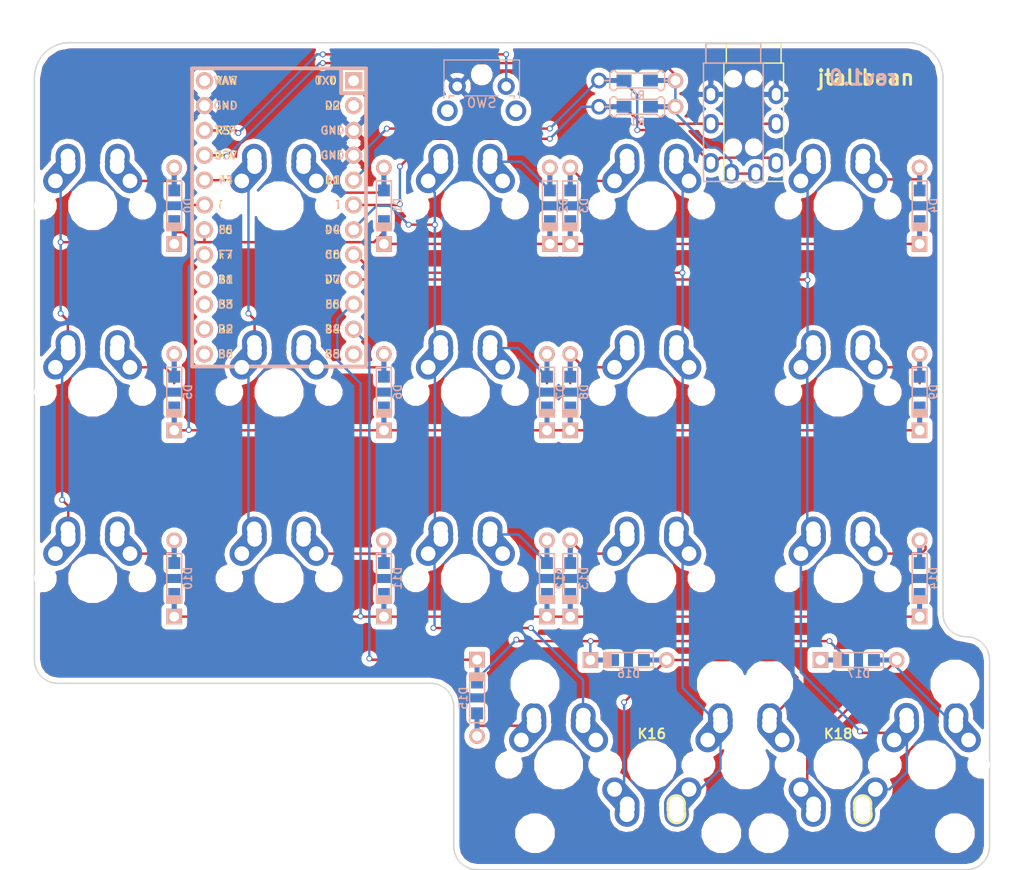
<source format=kicad_pcb>
(kicad_pcb (version 4) (host pcbnew 4.0.7)
  (title_block (title split_steno) (date 2018-02-28) (rev 1.0) (company jtallbean))
  (layers (0 F.Cu signal) (31 B.Cu signal) (34 B.Paste user) (35 F.Paste user) (36 B.SilkS user) (37 F.SilkS user) (38 B.Mask user) (39 F.Mask user) (44 Edge.Cuts user))
  (net 0 "")
  (net 1 "Net-(D0-Pad2)")
  (net 2 "Net-(D1-Pad2)")
  (net 3 "Net-(D2-Pad2)")
  (net 4 "Net-(D3-Pad2)")
  (net 5 "Net-(D4-Pad2)")
  (net 6 "Net-(D5-Pad2)")
  (net 7 "Net-(D6-Pad2)")
  (net 8 "Net-(D7-Pad2)")
  (net 9 "Net-(D8-Pad2)")
  (net 10 "Net-(D9-Pad2)")
  (net 11 "Net-(D10-Pad2)")
  (net 12 "Net-(D11-Pad2)")
  (net 13 "Net-(D12-Pad2)")
  (net 14 "Net-(D13-Pad2)")
  (net 15 "Net-(D14-Pad2)")
  (net 16 "Net-(D15-Pad2)")
  (net 17 "Net-(D16-Pad2)")
  (net 18 "Net-(D17-Pad2)")
  (net 19 VCC)
  (net 20 GND)
  (net 21 /r0)
  (net 22 /r1)
  (net 23 /r2)
  (net 24 /r3)
  (net 25 /d0)
  (net 26 /d1)
  (net 27 /c0)
  (net 28 /c1)
  (net 29 /c2)
  (net 30 /c3)
  (net 31 /c4)
  (net 32 "Net-(SW0-Pad1)")
  (net 33 "Net-(U0-Pad2)")
  (net 34 "Net-(U0-Pad13)")
  (net 35 "Net-(U0-Pad14)")
  (net 36 "Net-(U0-Pad15)")
  (net 37 "Net-(U0-Pad16)")
  (net 38 "Net-(U0-Pad24)")
  (net 39 "Net-(U0-Pad1)")
  (net 40 "Net-(U0-Pad12)")
  (module lib_fp:Hybrid_PCB_100H_Dual_hole (layer F.Cu) (at 145.25625 126.20625)
    (fp_text reference K12 hide)
    (fp_text value KEYSW hide)
    (pad 2 smd oval (at 2.52 -4.79 356.055) (size 2.5 3.081378) (layers F.Cu F.Paste F.Mask) (net 13 "Net-(D12-Pad2)"))
    (pad 2 thru_hole circle (at 2.5 -4.5 330.95) (size 2 2) (drill 1.5) (layers *.Cu *.Mask) (net 13 "Net-(D12-Pad2)"))
    (pad 2 thru_hole circle (at 2.54 -5.08 330.95) (size 2 2) (drill 1.5) (layers *.Cu *.Mask) (net 13 "Net-(D12-Pad2)"))
    (pad 1 thru_hole circle (at -2.5 -4 330.95) (size 2 2) (drill 1.5) (layers *.Cu *.Mask) (net 29 /c2))
    (pad HOLE np_thru_hole circle (at 0 0) (size 3.9878 3.9878) (drill 3.9878) (layers *.Cu))
    (pad HOLE np_thru_hole circle (at -5.08 0) (size 1.8 1.8) (drill 1.8) (layers *.Cu))
    (pad HOLE np_thru_hole circle (at 5.08 0) (size 1.8 1.8) (drill 1.8) (layers *.Cu))
    (pad 1 thru_hole circle (at -3.81 -2.54 330.95) (size 2 2) (drill 1.5) (layers *.Cu *.Mask) (net 29 /c2))
    (pad 2 smd oval (at 3.155 -3.27 221.9) (size 2.5 4.461556) (layers B.Cu B.Paste B.Mask) (net 13 "Net-(D12-Pad2)"))
    (pad 1 smd oval (at -3.155 -3.27 138.1) (size 2.5 4.461556) (layers B.Cu B.Paste B.Mask) (net 29 /c2))
    (pad 2 thru_hole circle (at 2.5 -4) (size 2 2) (drill 1.5) (layers *.Cu *.Mask) (net 13 "Net-(D12-Pad2)"))
    (pad 2 thru_hole circle (at 3.81 -2.54 330.95) (size 2 2) (drill 1.5) (layers *.Cu *.Mask) (net 13 "Net-(D12-Pad2)"))
    (pad 1 smd oval (at -2.52 -4.79 3.945) (size 2.5 3.081378) (layers B.Cu B.Paste B.Mask) (net 29 /c2))
    (pad 1 thru_hole circle (at -2.5 -4.5 330.95) (size 2 2) (drill 1.5) (layers *.Cu *.Mask) (net 29 /c2))
    (pad 1 thru_hole circle (at -2.54 -5.08 330.95) (size 2 2) (drill 1.5) (layers *.Cu *.Mask) (net 29 /c2))
    (pad 1 smd oval (at -3.155 -3.27 138.1) (size 2.5 4.461556) (layers F.Cu F.Paste F.Mask) (net 29 /c2))
    (pad 1 smd oval (at -2.52 -4.79 3.945) (size 2.5 3.081378) (layers F.Cu F.Paste F.Mask) (net 29 /c2))
    (pad 2 smd oval (at 3.155 -3.27 221.9) (size 2.5 4.461556) (layers F.Cu F.Paste F.Mask) (net 13 "Net-(D12-Pad2)"))
    (pad 2 smd oval (at 2.52 -4.79 356.055) (size 2.5 3.081378) (layers B.Cu B.Paste B.Mask) (net 13 "Net-(D12-Pad2)"))
  )
  (module lib_fp:Hybrid_PCB_100H_Dual_hole (layer F.Cu) (at 145.25625 107.15625)
    (fp_text reference K7 hide)
    (fp_text value KEYSW hide)
    (pad 2 smd oval (at 2.52 -4.79 356.055) (size 2.5 3.081378) (layers F.Cu F.Paste F.Mask) (net 8 "Net-(D7-Pad2)"))
    (pad 2 thru_hole circle (at 2.5 -4.5 330.95) (size 2 2) (drill 1.5) (layers *.Cu *.Mask) (net 8 "Net-(D7-Pad2)"))
    (pad 2 thru_hole circle (at 2.54 -5.08 330.95) (size 2 2) (drill 1.5) (layers *.Cu *.Mask) (net 8 "Net-(D7-Pad2)"))
    (pad 1 thru_hole circle (at -2.5 -4 330.95) (size 2 2) (drill 1.5) (layers *.Cu *.Mask) (net 29 /c2))
    (pad HOLE np_thru_hole circle (at 0 0) (size 3.9878 3.9878) (drill 3.9878) (layers *.Cu))
    (pad HOLE np_thru_hole circle (at -5.08 0) (size 1.8 1.8) (drill 1.8) (layers *.Cu))
    (pad HOLE np_thru_hole circle (at 5.08 0) (size 1.8 1.8) (drill 1.8) (layers *.Cu))
    (pad 1 thru_hole circle (at -3.81 -2.54 330.95) (size 2 2) (drill 1.5) (layers *.Cu *.Mask) (net 29 /c2))
    (pad 2 smd oval (at 3.155 -3.27 221.9) (size 2.5 4.461556) (layers B.Cu B.Paste B.Mask) (net 8 "Net-(D7-Pad2)"))
    (pad 1 smd oval (at -3.155 -3.27 138.1) (size 2.5 4.461556) (layers B.Cu B.Paste B.Mask) (net 29 /c2))
    (pad 2 thru_hole circle (at 2.5 -4) (size 2 2) (drill 1.5) (layers *.Cu *.Mask) (net 8 "Net-(D7-Pad2)"))
    (pad 2 thru_hole circle (at 3.81 -2.54 330.95) (size 2 2) (drill 1.5) (layers *.Cu *.Mask) (net 8 "Net-(D7-Pad2)"))
    (pad 1 smd oval (at -2.52 -4.79 3.945) (size 2.5 3.081378) (layers B.Cu B.Paste B.Mask) (net 29 /c2))
    (pad 1 thru_hole circle (at -2.5 -4.5 330.95) (size 2 2) (drill 1.5) (layers *.Cu *.Mask) (net 29 /c2))
    (pad 1 thru_hole circle (at -2.54 -5.08 330.95) (size 2 2) (drill 1.5) (layers *.Cu *.Mask) (net 29 /c2))
    (pad 1 smd oval (at -3.155 -3.27 138.1) (size 2.5 4.461556) (layers F.Cu F.Paste F.Mask) (net 29 /c2))
    (pad 1 smd oval (at -2.52 -4.79 3.945) (size 2.5 3.081378) (layers F.Cu F.Paste F.Mask) (net 29 /c2))
    (pad 2 smd oval (at 3.155 -3.27 221.9) (size 2.5 4.461556) (layers F.Cu F.Paste F.Mask) (net 8 "Net-(D7-Pad2)"))
    (pad 2 smd oval (at 2.52 -4.79 356.055) (size 2.5 3.081378) (layers B.Cu B.Paste B.Mask) (net 8 "Net-(D7-Pad2)"))
  )
  (module lib_fp:TRRS-PJ-320A (layer F.Cu) (at 174.724965 73.521408)
    (fp_text reference J0)
    (fp_text value TRRS)
    (pad 1 thru_hole oval (at -2.3 11.3) (size 1.6 2) (drill oval 0.9 1.3) (layers *.Cu *.Mask) (net 19 VCC))
    (pad 2 thru_hole oval (at 2.3 10.2) (size 1.6 2) (drill oval 0.9 1.3) (layers *.Cu *.Mask) (net 25 /d0))
    (pad 4 thru_hole oval (at 2.3 3.2) (size 1.6 2) (drill oval 0.9 1.3) (layers *.Cu *.Mask) (net 20 GND))
    (pad "" np_thru_hole circle (at 0 8.6) (size 0.8 0.8) (drill 0.8) (layers *.Cu *.Mask))
    (pad "" np_thru_hole circle (at 0 1.6) (size 0.8 0.8) (drill 0.8) (layers *.Cu *.Mask))
    (pad 3 thru_hole oval (at 2.3 6.2) (size 1.6 2) (drill oval 0.9 1.3) (layers *.Cu *.Mask) (net 26 /d1))
  )
  (module lib_fp:Hybrid_PCB_100H_Dual_hole (layer F.Cu) (at 164.30625 107.15625)
    (fp_text reference K8 hide)
    (fp_text value KEYSW hide)
    (pad 2 smd oval (at 2.52 -4.79 356.055) (size 2.5 3.081378) (layers F.Cu F.Paste F.Mask) (net 30 /c3))
    (pad 2 thru_hole circle (at 2.5 -4.5 330.95) (size 2 2) (drill 1.5) (layers *.Cu *.Mask) (net 30 /c3))
    (pad 2 thru_hole circle (at 2.54 -5.08 330.95) (size 2 2) (drill 1.5) (layers *.Cu *.Mask) (net 30 /c3))
    (pad 1 thru_hole circle (at -2.5 -4 330.95) (size 2 2) (drill 1.5) (layers *.Cu *.Mask) (net 9 "Net-(D8-Pad2)"))
    (pad HOLE np_thru_hole circle (at 0 0) (size 3.9878 3.9878) (drill 3.9878) (layers *.Cu))
    (pad HOLE np_thru_hole circle (at -5.08 0) (size 1.8 1.8) (drill 1.8) (layers *.Cu))
    (pad HOLE np_thru_hole circle (at 5.08 0) (size 1.8 1.8) (drill 1.8) (layers *.Cu))
    (pad 1 thru_hole circle (at -3.81 -2.54 330.95) (size 2 2) (drill 1.5) (layers *.Cu *.Mask) (net 9 "Net-(D8-Pad2)"))
    (pad 2 smd oval (at 3.155 -3.27 221.9) (size 2.5 4.461556) (layers B.Cu B.Paste B.Mask) (net 30 /c3))
    (pad 1 smd oval (at -3.155 -3.27 138.1) (size 2.5 4.461556) (layers B.Cu B.Paste B.Mask) (net 9 "Net-(D8-Pad2)"))
    (pad 2 thru_hole circle (at 2.5 -4) (size 2 2) (drill 1.5) (layers *.Cu *.Mask) (net 30 /c3))
    (pad 2 thru_hole circle (at 3.81 -2.54 330.95) (size 2 2) (drill 1.5) (layers *.Cu *.Mask) (net 30 /c3))
    (pad 1 smd oval (at -2.52 -4.79 3.945) (size 2.5 3.081378) (layers B.Cu B.Paste B.Mask) (net 9 "Net-(D8-Pad2)"))
    (pad 1 thru_hole circle (at -2.5 -4.5 330.95) (size 2 2) (drill 1.5) (layers *.Cu *.Mask) (net 9 "Net-(D8-Pad2)"))
    (pad 1 thru_hole circle (at -2.54 -5.08 330.95) (size 2 2) (drill 1.5) (layers *.Cu *.Mask) (net 9 "Net-(D8-Pad2)"))
    (pad 1 smd oval (at -3.155 -3.27 138.1) (size 2.5 4.461556) (layers F.Cu F.Paste F.Mask) (net 9 "Net-(D8-Pad2)"))
    (pad 1 smd oval (at -2.52 -4.79 3.945) (size 2.5 3.081378) (layers F.Cu F.Paste F.Mask) (net 9 "Net-(D8-Pad2)"))
    (pad 2 smd oval (at 3.155 -3.27 221.9) (size 2.5 4.461556) (layers F.Cu F.Paste F.Mask) (net 30 /c3))
    (pad 2 smd oval (at 2.52 -4.79 356.055) (size 2.5 3.081378) (layers B.Cu B.Paste B.Mask) (net 30 /c3))
  )
  (module lib_fp:Hybrid_PCB_100H_Dual_hole (layer F.Cu) (at 183.35625 107.15625)
    (fp_text reference K9 hide)
    (fp_text value KEYSW hide)
    (pad 2 smd oval (at 2.52 -4.79 356.055) (size 2.5 3.081378) (layers F.Cu F.Paste F.Mask) (net 10 "Net-(D9-Pad2)"))
    (pad 2 thru_hole circle (at 2.5 -4.5 330.95) (size 2 2) (drill 1.5) (layers *.Cu *.Mask) (net 10 "Net-(D9-Pad2)"))
    (pad 2 thru_hole circle (at 2.54 -5.08 330.95) (size 2 2) (drill 1.5) (layers *.Cu *.Mask) (net 10 "Net-(D9-Pad2)"))
    (pad 1 thru_hole circle (at -2.5 -4 330.95) (size 2 2) (drill 1.5) (layers *.Cu *.Mask) (net 31 /c4))
    (pad HOLE np_thru_hole circle (at 0 0) (size 3.9878 3.9878) (drill 3.9878) (layers *.Cu))
    (pad HOLE np_thru_hole circle (at -5.08 0) (size 1.8 1.8) (drill 1.8) (layers *.Cu))
    (pad HOLE np_thru_hole circle (at 5.08 0) (size 1.8 1.8) (drill 1.8) (layers *.Cu))
    (pad 1 thru_hole circle (at -3.81 -2.54 330.95) (size 2 2) (drill 1.5) (layers *.Cu *.Mask) (net 31 /c4))
    (pad 2 smd oval (at 3.155 -3.27 221.9) (size 2.5 4.461556) (layers B.Cu B.Paste B.Mask) (net 10 "Net-(D9-Pad2)"))
    (pad 1 smd oval (at -3.155 -3.27 138.1) (size 2.5 4.461556) (layers B.Cu B.Paste B.Mask) (net 31 /c4))
    (pad 2 thru_hole circle (at 2.5 -4) (size 2 2) (drill 1.5) (layers *.Cu *.Mask) (net 10 "Net-(D9-Pad2)"))
    (pad 2 thru_hole circle (at 3.81 -2.54 330.95) (size 2 2) (drill 1.5) (layers *.Cu *.Mask) (net 10 "Net-(D9-Pad2)"))
    (pad 1 smd oval (at -2.52 -4.79 3.945) (size 2.5 3.081378) (layers B.Cu B.Paste B.Mask) (net 31 /c4))
    (pad 1 thru_hole circle (at -2.5 -4.5 330.95) (size 2 2) (drill 1.5) (layers *.Cu *.Mask) (net 31 /c4))
    (pad 1 thru_hole circle (at -2.54 -5.08 330.95) (size 2 2) (drill 1.5) (layers *.Cu *.Mask) (net 31 /c4))
    (pad 1 smd oval (at -3.155 -3.27 138.1) (size 2.5 4.461556) (layers F.Cu F.Paste F.Mask) (net 31 /c4))
    (pad 1 smd oval (at -2.52 -4.79 3.945) (size 2.5 3.081378) (layers F.Cu F.Paste F.Mask) (net 31 /c4))
    (pad 2 smd oval (at 3.155 -3.27 221.9) (size 2.5 4.461556) (layers F.Cu F.Paste F.Mask) (net 10 "Net-(D9-Pad2)"))
    (pad 2 smd oval (at 2.52 -4.79 356.055) (size 2.5 3.081378) (layers B.Cu B.Paste B.Mask) (net 10 "Net-(D9-Pad2)"))
  )
  (module Keebio-Parts:TRRS-PJ-320A (layer B.Cu) (at 172.641362 73.521408 180)
    (fp_text reference REF**)
    (fp_text value TRRS-PJ-320A)
    (pad 1 thru_hole oval (at -2.3 -11.3 180) (size 1.6 2) (drill oval 0.9 1.3) (layers *.Cu *.Mask) (net 19 VCC))
    (pad 2 thru_hole oval (at 2.3 -10.2 180) (size 1.6 2) (drill oval 0.9 1.3) (layers *.Cu *.Mask) (net 25 /d0))
    (pad 4 thru_hole oval (at 2.3 -3.2 180) (size 1.6 2) (drill oval 0.9 1.3) (layers *.Cu *.Mask) (net 20 GND))
    (pad "" np_thru_hole circle (at 0 -8.6 180) (size 0.8 0.8) (drill 0.8) (layers *.Cu *.Mask))
    (pad "" np_thru_hole circle (at 0 -1.6 180) (size 0.8 0.8) (drill 0.8) (layers *.Cu *.Mask))
    (pad 3 thru_hole oval (at 2.3 -6.2 180) (size 1.6 2) (drill oval 0.9 1.3) (layers *.Cu *.Mask) (net 26 /d1))
  )
  (module lib_fp:Diode-dual (layer B.Cu) (at 115.491118 88.106626 270)
    (fp_text reference D0 (at -0.0254 -1.4 270) (layer B.SilkS) (effects (font (size 0.8 0.8)) (justify mirror)))
    (fp_text value D hide)
    (pad 2 smd rect (at -2.7 0 270) (size 2.5 0.5) (layers F.Cu) (net 1 "Net-(D0-Pad2)"))
    (pad 2 smd rect (at -1.575 0 270) (size 1.2 1.2) (layers F.Cu F.Paste F.Mask) (net 1 "Net-(D0-Pad2)"))
    (pad 1 smd rect (at 1.575 0 270) (size 1.2 1.2) (layers F.Cu F.Paste F.Mask) (net 21 /r0))
    (pad 1 smd rect (at 2.7 0 270) (size 2.5 0.5) (layers F.Cu) (net 21 /r0))
    (pad 1 smd rect (at 1.575 0 270) (size 1.2 1.2) (layers B.Cu B.Paste B.Mask) (net 21 /r0))
    (pad 2 smd rect (at -1.575 0 270) (size 1.2 1.2) (layers B.Cu B.Paste B.Mask) (net 1 "Net-(D0-Pad2)"))
    (pad 2 thru_hole circle (at -3.9 0 270) (size 1.6 1.6) (drill 1) (layers *.Cu *.Mask B.SilkS) (net 1 "Net-(D0-Pad2)"))
    (pad 1 thru_hole rect (at 3.9 0 270) (size 1.6 1.6) (drill 1) (layers *.Cu *.Mask B.SilkS) (net 21 /r0))
    (pad 2 smd rect (at -2.7 0 270) (size 2.5 0.5) (layers B.Cu) (net 1 "Net-(D0-Pad2)"))
    (pad 1 smd rect (at 2.7 0 270) (size 2.5 0.5) (layers B.Cu) (net 21 /r0))
  )
  (module lib_fp:Diode-dual (layer B.Cu) (at 136.922459 88.106626 270)
    (fp_text reference D1 (at -0.0254 -1.4 270) (layer B.SilkS) (effects (font (size 0.8 0.8)) (justify mirror)))
    (fp_text value D hide)
    (pad 2 smd rect (at -2.7 0 270) (size 2.5 0.5) (layers F.Cu) (net 2 "Net-(D1-Pad2)"))
    (pad 2 smd rect (at -1.575 0 270) (size 1.2 1.2) (layers F.Cu F.Paste F.Mask) (net 2 "Net-(D1-Pad2)"))
    (pad 1 smd rect (at 1.575 0 270) (size 1.2 1.2) (layers F.Cu F.Paste F.Mask) (net 21 /r0))
    (pad 1 smd rect (at 2.7 0 270) (size 2.5 0.5) (layers F.Cu) (net 21 /r0))
    (pad 1 smd rect (at 1.575 0 270) (size 1.2 1.2) (layers B.Cu B.Paste B.Mask) (net 21 /r0))
    (pad 2 smd rect (at -1.575 0 270) (size 1.2 1.2) (layers B.Cu B.Paste B.Mask) (net 2 "Net-(D1-Pad2)"))
    (pad 2 thru_hole circle (at -3.9 0 270) (size 1.6 1.6) (drill 1) (layers *.Cu *.Mask B.SilkS) (net 2 "Net-(D1-Pad2)"))
    (pad 1 thru_hole rect (at 3.9 0 270) (size 1.6 1.6) (drill 1) (layers *.Cu *.Mask B.SilkS) (net 21 /r0))
    (pad 2 smd rect (at -2.7 0 270) (size 2.5 0.5) (layers B.Cu) (net 2 "Net-(D1-Pad2)"))
    (pad 1 smd rect (at 2.7 0 270) (size 2.5 0.5) (layers B.Cu) (net 21 /r0))
  )
  (module lib_fp:Diode-dual (layer B.Cu) (at 153.888938 88.106626 270)
    (fp_text reference D2 (at -0.0254 -1.4 270) (layer B.SilkS) (effects (font (size 0.8 0.8)) (justify mirror)))
    (fp_text value D hide)
    (pad 2 smd rect (at -2.7 0 270) (size 2.5 0.5) (layers F.Cu) (net 3 "Net-(D2-Pad2)"))
    (pad 2 smd rect (at -1.575 0 270) (size 1.2 1.2) (layers F.Cu F.Paste F.Mask) (net 3 "Net-(D2-Pad2)"))
    (pad 1 smd rect (at 1.575 0 270) (size 1.2 1.2) (layers F.Cu F.Paste F.Mask) (net 21 /r0))
    (pad 1 smd rect (at 2.7 0 270) (size 2.5 0.5) (layers F.Cu) (net 21 /r0))
    (pad 1 smd rect (at 1.575 0 270) (size 1.2 1.2) (layers B.Cu B.Paste B.Mask) (net 21 /r0))
    (pad 2 smd rect (at -1.575 0 270) (size 1.2 1.2) (layers B.Cu B.Paste B.Mask) (net 3 "Net-(D2-Pad2)"))
    (pad 2 thru_hole circle (at -3.9 0 270) (size 1.6 1.6) (drill 1) (layers *.Cu *.Mask B.SilkS) (net 3 "Net-(D2-Pad2)"))
    (pad 1 thru_hole rect (at 3.9 0 270) (size 1.6 1.6) (drill 1) (layers *.Cu *.Mask B.SilkS) (net 21 /r0))
    (pad 2 smd rect (at -2.7 0 270) (size 2.5 0.5) (layers B.Cu) (net 3 "Net-(D2-Pad2)"))
    (pad 1 smd rect (at 2.7 0 270) (size 2.5 0.5) (layers B.Cu) (net 21 /r0))
  )
  (module lib_fp:Diode-dual (layer B.Cu) (at 155.97254 88.106626 270)
    (fp_text reference D3 (at -0.0254 -1.4 270) (layer B.SilkS) (effects (font (size 0.8 0.8)) (justify mirror)))
    (fp_text value D hide)
    (pad 2 smd rect (at -2.7 0 270) (size 2.5 0.5) (layers F.Cu) (net 4 "Net-(D3-Pad2)"))
    (pad 2 smd rect (at -1.575 0 270) (size 1.2 1.2) (layers F.Cu F.Paste F.Mask) (net 4 "Net-(D3-Pad2)"))
    (pad 1 smd rect (at 1.575 0 270) (size 1.2 1.2) (layers F.Cu F.Paste F.Mask) (net 21 /r0))
    (pad 1 smd rect (at 2.7 0 270) (size 2.5 0.5) (layers F.Cu) (net 21 /r0))
    (pad 1 smd rect (at 1.575 0 270) (size 1.2 1.2) (layers B.Cu B.Paste B.Mask) (net 21 /r0))
    (pad 2 smd rect (at -1.575 0 270) (size 1.2 1.2) (layers B.Cu B.Paste B.Mask) (net 4 "Net-(D3-Pad2)"))
    (pad 2 thru_hole circle (at -3.9 0 270) (size 1.6 1.6) (drill 1) (layers *.Cu *.Mask B.SilkS) (net 4 "Net-(D3-Pad2)"))
    (pad 1 thru_hole rect (at 3.9 0 270) (size 1.6 1.6) (drill 1) (layers *.Cu *.Mask B.SilkS) (net 21 /r0))
    (pad 2 smd rect (at -2.7 0 270) (size 2.5 0.5) (layers B.Cu) (net 4 "Net-(D3-Pad2)"))
    (pad 1 smd rect (at 2.7 0 270) (size 2.5 0.5) (layers B.Cu) (net 21 /r0))
  )
  (module lib_fp:Diode-dual (layer B.Cu) (at 191.691443 88.106626 270)
    (fp_text reference D4 (at -0.0254 -1.4 270) (layer B.SilkS) (effects (font (size 0.8 0.8)) (justify mirror)))
    (fp_text value D hide)
    (pad 2 smd rect (at -2.7 0 270) (size 2.5 0.5) (layers F.Cu) (net 5 "Net-(D4-Pad2)"))
    (pad 2 smd rect (at -1.575 0 270) (size 1.2 1.2) (layers F.Cu F.Paste F.Mask) (net 5 "Net-(D4-Pad2)"))
    (pad 1 smd rect (at 1.575 0 270) (size 1.2 1.2) (layers F.Cu F.Paste F.Mask) (net 21 /r0))
    (pad 1 smd rect (at 2.7 0 270) (size 2.5 0.5) (layers F.Cu) (net 21 /r0))
    (pad 1 smd rect (at 1.575 0 270) (size 1.2 1.2) (layers B.Cu B.Paste B.Mask) (net 21 /r0))
    (pad 2 smd rect (at -1.575 0 270) (size 1.2 1.2) (layers B.Cu B.Paste B.Mask) (net 5 "Net-(D4-Pad2)"))
    (pad 2 thru_hole circle (at -3.9 0 270) (size 1.6 1.6) (drill 1) (layers *.Cu *.Mask B.SilkS) (net 5 "Net-(D4-Pad2)"))
    (pad 1 thru_hole rect (at 3.9 0 270) (size 1.6 1.6) (drill 1) (layers *.Cu *.Mask B.SilkS) (net 21 /r0))
    (pad 2 smd rect (at -2.7 0 270) (size 2.5 0.5) (layers B.Cu) (net 5 "Net-(D4-Pad2)"))
    (pad 1 smd rect (at 2.7 0 270) (size 2.5 0.5) (layers B.Cu) (net 21 /r0))
  )
  (module lib_fp:Diode-dual (layer B.Cu) (at 115.491118 107.156707 270)
    (fp_text reference D5 (at -0.0254 -1.4 270) (layer B.SilkS) (effects (font (size 0.8 0.8)) (justify mirror)))
    (fp_text value D hide)
    (pad 2 smd rect (at -2.7 0 270) (size 2.5 0.5) (layers F.Cu) (net 6 "Net-(D5-Pad2)"))
    (pad 2 smd rect (at -1.575 0 270) (size 1.2 1.2) (layers F.Cu F.Paste F.Mask) (net 6 "Net-(D5-Pad2)"))
    (pad 1 smd rect (at 1.575 0 270) (size 1.2 1.2) (layers F.Cu F.Paste F.Mask) (net 22 /r1))
    (pad 1 smd rect (at 2.7 0 270) (size 2.5 0.5) (layers F.Cu) (net 22 /r1))
    (pad 1 smd rect (at 1.575 0 270) (size 1.2 1.2) (layers B.Cu B.Paste B.Mask) (net 22 /r1))
    (pad 2 smd rect (at -1.575 0 270) (size 1.2 1.2) (layers B.Cu B.Paste B.Mask) (net 6 "Net-(D5-Pad2)"))
    (pad 2 thru_hole circle (at -3.9 0 270) (size 1.6 1.6) (drill 1) (layers *.Cu *.Mask B.SilkS) (net 6 "Net-(D5-Pad2)"))
    (pad 1 thru_hole rect (at 3.9 0 270) (size 1.6 1.6) (drill 1) (layers *.Cu *.Mask B.SilkS) (net 22 /r1))
    (pad 2 smd rect (at -2.7 0 270) (size 2.5 0.5) (layers B.Cu) (net 6 "Net-(D5-Pad2)"))
    (pad 1 smd rect (at 2.7 0 270) (size 2.5 0.5) (layers B.Cu) (net 22 /r1))
  )
  (module lib_fp:Diode-dual (layer B.Cu) (at 136.922459 107.156707 270)
    (fp_text reference D6 (at -0.0254 -1.4 270) (layer B.SilkS) (effects (font (size 0.8 0.8)) (justify mirror)))
    (fp_text value D hide)
    (pad 2 smd rect (at -2.7 0 270) (size 2.5 0.5) (layers F.Cu) (net 7 "Net-(D6-Pad2)"))
    (pad 2 smd rect (at -1.575 0 270) (size 1.2 1.2) (layers F.Cu F.Paste F.Mask) (net 7 "Net-(D6-Pad2)"))
    (pad 1 smd rect (at 1.575 0 270) (size 1.2 1.2) (layers F.Cu F.Paste F.Mask) (net 22 /r1))
    (pad 1 smd rect (at 2.7 0 270) (size 2.5 0.5) (layers F.Cu) (net 22 /r1))
    (pad 1 smd rect (at 1.575 0 270) (size 1.2 1.2) (layers B.Cu B.Paste B.Mask) (net 22 /r1))
    (pad 2 smd rect (at -1.575 0 270) (size 1.2 1.2) (layers B.Cu B.Paste B.Mask) (net 7 "Net-(D6-Pad2)"))
    (pad 2 thru_hole circle (at -3.9 0 270) (size 1.6 1.6) (drill 1) (layers *.Cu *.Mask B.SilkS) (net 7 "Net-(D6-Pad2)"))
    (pad 1 thru_hole rect (at 3.9 0 270) (size 1.6 1.6) (drill 1) (layers *.Cu *.Mask B.SilkS) (net 22 /r1))
    (pad 2 smd rect (at -2.7 0 270) (size 2.5 0.5) (layers B.Cu) (net 7 "Net-(D6-Pad2)"))
    (pad 1 smd rect (at 2.7 0 270) (size 2.5 0.5) (layers B.Cu) (net 22 /r1))
  )
  (module lib_fp:Diode-dual (layer B.Cu) (at 153.59128 107.156707 270)
    (fp_text reference D7 (at -0.0254 -1.4 270) (layer B.SilkS) (effects (font (size 0.8 0.8)) (justify mirror)))
    (fp_text value D hide)
    (pad 2 smd rect (at -2.7 0 270) (size 2.5 0.5) (layers F.Cu) (net 8 "Net-(D7-Pad2)"))
    (pad 2 smd rect (at -1.575 0 270) (size 1.2 1.2) (layers F.Cu F.Paste F.Mask) (net 8 "Net-(D7-Pad2)"))
    (pad 1 smd rect (at 1.575 0 270) (size 1.2 1.2) (layers F.Cu F.Paste F.Mask) (net 22 /r1))
    (pad 1 smd rect (at 2.7 0 270) (size 2.5 0.5) (layers F.Cu) (net 22 /r1))
    (pad 1 smd rect (at 1.575 0 270) (size 1.2 1.2) (layers B.Cu B.Paste B.Mask) (net 22 /r1))
    (pad 2 smd rect (at -1.575 0 270) (size 1.2 1.2) (layers B.Cu B.Paste B.Mask) (net 8 "Net-(D7-Pad2)"))
    (pad 2 thru_hole circle (at -3.9 0 270) (size 1.6 1.6) (drill 1) (layers *.Cu *.Mask B.SilkS) (net 8 "Net-(D7-Pad2)"))
    (pad 1 thru_hole rect (at 3.9 0 270) (size 1.6 1.6) (drill 1) (layers *.Cu *.Mask B.SilkS) (net 22 /r1))
    (pad 2 smd rect (at -2.7 0 270) (size 2.5 0.5) (layers B.Cu) (net 8 "Net-(D7-Pad2)"))
    (pad 1 smd rect (at 2.7 0 270) (size 2.5 0.5) (layers B.Cu) (net 22 /r1))
  )
  (module lib_fp:Diode-dual (layer B.Cu) (at 155.97254 107.156707 270)
    (fp_text reference D8 (at -0.0254 -1.4 270) (layer B.SilkS) (effects (font (size 0.8 0.8)) (justify mirror)))
    (fp_text value D hide)
    (pad 2 smd rect (at -2.7 0 270) (size 2.5 0.5) (layers F.Cu) (net 9 "Net-(D8-Pad2)"))
    (pad 2 smd rect (at -1.575 0 270) (size 1.2 1.2) (layers F.Cu F.Paste F.Mask) (net 9 "Net-(D8-Pad2)"))
    (pad 1 smd rect (at 1.575 0 270) (size 1.2 1.2) (layers F.Cu F.Paste F.Mask) (net 22 /r1))
    (pad 1 smd rect (at 2.7 0 270) (size 2.5 0.5) (layers F.Cu) (net 22 /r1))
    (pad 1 smd rect (at 1.575 0 270) (size 1.2 1.2) (layers B.Cu B.Paste B.Mask) (net 22 /r1))
    (pad 2 smd rect (at -1.575 0 270) (size 1.2 1.2) (layers B.Cu B.Paste B.Mask) (net 9 "Net-(D8-Pad2)"))
    (pad 2 thru_hole circle (at -3.9 0 270) (size 1.6 1.6) (drill 1) (layers *.Cu *.Mask B.SilkS) (net 9 "Net-(D8-Pad2)"))
    (pad 1 thru_hole rect (at 3.9 0 270) (size 1.6 1.6) (drill 1) (layers *.Cu *.Mask B.SilkS) (net 22 /r1))
    (pad 2 smd rect (at -2.7 0 270) (size 2.5 0.5) (layers B.Cu) (net 9 "Net-(D8-Pad2)"))
    (pad 1 smd rect (at 2.7 0 270) (size 2.5 0.5) (layers B.Cu) (net 22 /r1))
  )
  (module lib_fp:Diode-dual (layer B.Cu) (at 191.691443 107.156707 270)
    (fp_text reference D9 (at -0.0254 -1.4 270) (layer B.SilkS) (effects (font (size 0.8 0.8)) (justify mirror)))
    (fp_text value D hide)
    (pad 2 smd rect (at -2.7 0 270) (size 2.5 0.5) (layers F.Cu) (net 10 "Net-(D9-Pad2)"))
    (pad 2 smd rect (at -1.575 0 270) (size 1.2 1.2) (layers F.Cu F.Paste F.Mask) (net 10 "Net-(D9-Pad2)"))
    (pad 1 smd rect (at 1.575 0 270) (size 1.2 1.2) (layers F.Cu F.Paste F.Mask) (net 22 /r1))
    (pad 1 smd rect (at 2.7 0 270) (size 2.5 0.5) (layers F.Cu) (net 22 /r1))
    (pad 1 smd rect (at 1.575 0 270) (size 1.2 1.2) (layers B.Cu B.Paste B.Mask) (net 22 /r1))
    (pad 2 smd rect (at -1.575 0 270) (size 1.2 1.2) (layers B.Cu B.Paste B.Mask) (net 10 "Net-(D9-Pad2)"))
    (pad 2 thru_hole circle (at -3.9 0 270) (size 1.6 1.6) (drill 1) (layers *.Cu *.Mask B.SilkS) (net 10 "Net-(D9-Pad2)"))
    (pad 1 thru_hole rect (at 3.9 0 270) (size 1.6 1.6) (drill 1) (layers *.Cu *.Mask B.SilkS) (net 22 /r1))
    (pad 2 smd rect (at -2.7 0 270) (size 2.5 0.5) (layers B.Cu) (net 10 "Net-(D9-Pad2)"))
    (pad 1 smd rect (at 2.7 0 270) (size 2.5 0.5) (layers B.Cu) (net 22 /r1))
  )
  (module lib_fp:Diode-dual (layer B.Cu) (at 115.491118 126.206788 270)
    (fp_text reference D10 (at -0.0254 -1.4 270) (layer B.SilkS) (effects (font (size 0.8 0.8)) (justify mirror)))
    (fp_text value D hide)
    (pad 2 smd rect (at -2.7 0 270) (size 2.5 0.5) (layers F.Cu) (net 11 "Net-(D10-Pad2)"))
    (pad 2 smd rect (at -1.575 0 270) (size 1.2 1.2) (layers F.Cu F.Paste F.Mask) (net 11 "Net-(D10-Pad2)"))
    (pad 1 smd rect (at 1.575 0 270) (size 1.2 1.2) (layers F.Cu F.Paste F.Mask) (net 23 /r2))
    (pad 1 smd rect (at 2.7 0 270) (size 2.5 0.5) (layers F.Cu) (net 23 /r2))
    (pad 1 smd rect (at 1.575 0 270) (size 1.2 1.2) (layers B.Cu B.Paste B.Mask) (net 23 /r2))
    (pad 2 smd rect (at -1.575 0 270) (size 1.2 1.2) (layers B.Cu B.Paste B.Mask) (net 11 "Net-(D10-Pad2)"))
    (pad 2 thru_hole circle (at -3.9 0 270) (size 1.6 1.6) (drill 1) (layers *.Cu *.Mask B.SilkS) (net 11 "Net-(D10-Pad2)"))
    (pad 1 thru_hole rect (at 3.9 0 270) (size 1.6 1.6) (drill 1) (layers *.Cu *.Mask B.SilkS) (net 23 /r2))
    (pad 2 smd rect (at -2.7 0 270) (size 2.5 0.5) (layers B.Cu) (net 11 "Net-(D10-Pad2)"))
    (pad 1 smd rect (at 2.7 0 270) (size 2.5 0.5) (layers B.Cu) (net 23 /r2))
  )
  (module lib_fp:Diode-dual (layer B.Cu) (at 136.922459 126.206788 270)
    (fp_text reference D11 (at -0.0254 -1.4 270) (layer B.SilkS) (effects (font (size 0.8 0.8)) (justify mirror)))
    (fp_text value D hide)
    (pad 2 smd rect (at -2.7 0 270) (size 2.5 0.5) (layers F.Cu) (net 12 "Net-(D11-Pad2)"))
    (pad 2 smd rect (at -1.575 0 270) (size 1.2 1.2) (layers F.Cu F.Paste F.Mask) (net 12 "Net-(D11-Pad2)"))
    (pad 1 smd rect (at 1.575 0 270) (size 1.2 1.2) (layers F.Cu F.Paste F.Mask) (net 23 /r2))
    (pad 1 smd rect (at 2.7 0 270) (size 2.5 0.5) (layers F.Cu) (net 23 /r2))
    (pad 1 smd rect (at 1.575 0 270) (size 1.2 1.2) (layers B.Cu B.Paste B.Mask) (net 23 /r2))
    (pad 2 smd rect (at -1.575 0 270) (size 1.2 1.2) (layers B.Cu B.Paste B.Mask) (net 12 "Net-(D11-Pad2)"))
    (pad 2 thru_hole circle (at -3.9 0 270) (size 1.6 1.6) (drill 1) (layers *.Cu *.Mask B.SilkS) (net 12 "Net-(D11-Pad2)"))
    (pad 1 thru_hole rect (at 3.9 0 270) (size 1.6 1.6) (drill 1) (layers *.Cu *.Mask B.SilkS) (net 23 /r2))
    (pad 2 smd rect (at -2.7 0 270) (size 2.5 0.5) (layers B.Cu) (net 12 "Net-(D11-Pad2)"))
    (pad 1 smd rect (at 2.7 0 270) (size 2.5 0.5) (layers B.Cu) (net 23 /r2))
  )
  (module lib_fp:Diode-dual (layer B.Cu) (at 153.59128 126.206788 270)
    (fp_text reference D12 (at -0.0254 -1.4 270) (layer B.SilkS) (effects (font (size 0.8 0.8)) (justify mirror)))
    (fp_text value D hide)
    (pad 2 smd rect (at -2.7 0 270) (size 2.5 0.5) (layers F.Cu) (net 13 "Net-(D12-Pad2)"))
    (pad 2 smd rect (at -1.575 0 270) (size 1.2 1.2) (layers F.Cu F.Paste F.Mask) (net 13 "Net-(D12-Pad2)"))
    (pad 1 smd rect (at 1.575 0 270) (size 1.2 1.2) (layers F.Cu F.Paste F.Mask) (net 23 /r2))
    (pad 1 smd rect (at 2.7 0 270) (size 2.5 0.5) (layers F.Cu) (net 23 /r2))
    (pad 1 smd rect (at 1.575 0 270) (size 1.2 1.2) (layers B.Cu B.Paste B.Mask) (net 23 /r2))
    (pad 2 smd rect (at -1.575 0 270) (size 1.2 1.2) (layers B.Cu B.Paste B.Mask) (net 13 "Net-(D12-Pad2)"))
    (pad 2 thru_hole circle (at -3.9 0 270) (size 1.6 1.6) (drill 1) (layers *.Cu *.Mask B.SilkS) (net 13 "Net-(D12-Pad2)"))
    (pad 1 thru_hole rect (at 3.9 0 270) (size 1.6 1.6) (drill 1) (layers *.Cu *.Mask B.SilkS) (net 23 /r2))
    (pad 2 smd rect (at -2.7 0 270) (size 2.5 0.5) (layers B.Cu) (net 13 "Net-(D12-Pad2)"))
    (pad 1 smd rect (at 2.7 0 270) (size 2.5 0.5) (layers B.Cu) (net 23 /r2))
  )
  (module lib_fp:Diode-dual (layer B.Cu) (at 155.97254 126.206788 270)
    (fp_text reference D13 (at -0.0254 -1.4 270) (layer B.SilkS) (effects (font (size 0.8 0.8)) (justify mirror)))
    (fp_text value D hide)
    (pad 2 smd rect (at -2.7 0 270) (size 2.5 0.5) (layers F.Cu) (net 14 "Net-(D13-Pad2)"))
    (pad 2 smd rect (at -1.575 0 270) (size 1.2 1.2) (layers F.Cu F.Paste F.Mask) (net 14 "Net-(D13-Pad2)"))
    (pad 1 smd rect (at 1.575 0 270) (size 1.2 1.2) (layers F.Cu F.Paste F.Mask) (net 23 /r2))
    (pad 1 smd rect (at 2.7 0 270) (size 2.5 0.5) (layers F.Cu) (net 23 /r2))
    (pad 1 smd rect (at 1.575 0 270) (size 1.2 1.2) (layers B.Cu B.Paste B.Mask) (net 23 /r2))
    (pad 2 smd rect (at -1.575 0 270) (size 1.2 1.2) (layers B.Cu B.Paste B.Mask) (net 14 "Net-(D13-Pad2)"))
    (pad 2 thru_hole circle (at -3.9 0 270) (size 1.6 1.6) (drill 1) (layers *.Cu *.Mask B.SilkS) (net 14 "Net-(D13-Pad2)"))
    (pad 1 thru_hole rect (at 3.9 0 270) (size 1.6 1.6) (drill 1) (layers *.Cu *.Mask B.SilkS) (net 23 /r2))
    (pad 2 smd rect (at -2.7 0 270) (size 2.5 0.5) (layers B.Cu) (net 14 "Net-(D13-Pad2)"))
    (pad 1 smd rect (at 2.7 0 270) (size 2.5 0.5) (layers B.Cu) (net 23 /r2))
  )
  (module lib_fp:Diode-dual (layer B.Cu) (at 191.691443 126.206788 270)
    (fp_text reference D14 (at -0.0254 -1.4 270) (layer B.SilkS) (effects (font (size 0.8 0.8)) (justify mirror)))
    (fp_text value D hide)
    (pad 2 smd rect (at -2.7 0 270) (size 2.5 0.5) (layers F.Cu) (net 15 "Net-(D14-Pad2)"))
    (pad 2 smd rect (at -1.575 0 270) (size 1.2 1.2) (layers F.Cu F.Paste F.Mask) (net 15 "Net-(D14-Pad2)"))
    (pad 1 smd rect (at 1.575 0 270) (size 1.2 1.2) (layers F.Cu F.Paste F.Mask) (net 23 /r2))
    (pad 1 smd rect (at 2.7 0 270) (size 2.5 0.5) (layers F.Cu) (net 23 /r2))
    (pad 1 smd rect (at 1.575 0 270) (size 1.2 1.2) (layers B.Cu B.Paste B.Mask) (net 23 /r2))
    (pad 2 smd rect (at -1.575 0 270) (size 1.2 1.2) (layers B.Cu B.Paste B.Mask) (net 15 "Net-(D14-Pad2)"))
    (pad 2 thru_hole circle (at -3.9 0 270) (size 1.6 1.6) (drill 1) (layers *.Cu *.Mask B.SilkS) (net 15 "Net-(D14-Pad2)"))
    (pad 1 thru_hole rect (at 3.9 0 270) (size 1.6 1.6) (drill 1) (layers *.Cu *.Mask B.SilkS) (net 23 /r2))
    (pad 2 smd rect (at -2.7 0 270) (size 2.5 0.5) (layers B.Cu) (net 15 "Net-(D14-Pad2)"))
    (pad 1 smd rect (at 2.7 0 270) (size 2.5 0.5) (layers B.Cu) (net 23 /r2))
  )
  (module lib_fp:Diode-dual (layer B.Cu) (at 146.4475 138.410747 90)
    (fp_text reference D15 (at -0.0254 -1.4 90) (layer B.SilkS) (effects (font (size 0.8 0.8)) (justify mirror)))
    (fp_text value D hide)
    (pad 2 smd rect (at -2.7 0 90) (size 2.5 0.5) (layers F.Cu) (net 16 "Net-(D15-Pad2)"))
    (pad 2 smd rect (at -1.575 0 90) (size 1.2 1.2) (layers F.Cu F.Paste F.Mask) (net 16 "Net-(D15-Pad2)"))
    (pad 1 smd rect (at 1.575 0 90) (size 1.2 1.2) (layers F.Cu F.Paste F.Mask) (net 24 /r3))
    (pad 1 smd rect (at 2.7 0 90) (size 2.5 0.5) (layers F.Cu) (net 24 /r3))
    (pad 1 smd rect (at 1.575 0 90) (size 1.2 1.2) (layers B.Cu B.Paste B.Mask) (net 24 /r3))
    (pad 2 smd rect (at -1.575 0 90) (size 1.2 1.2) (layers B.Cu B.Paste B.Mask) (net 16 "Net-(D15-Pad2)"))
    (pad 2 thru_hole circle (at -3.9 0 90) (size 1.6 1.6) (drill 1) (layers *.Cu *.Mask B.SilkS) (net 16 "Net-(D15-Pad2)"))
    (pad 1 thru_hole rect (at 3.9 0 90) (size 1.6 1.6) (drill 1) (layers *.Cu *.Mask B.SilkS) (net 24 /r3))
    (pad 2 smd rect (at -2.7 0 90) (size 2.5 0.5) (layers B.Cu) (net 16 "Net-(D15-Pad2)"))
    (pad 1 smd rect (at 2.7 0 90) (size 2.5 0.5) (layers B.Cu) (net 24 /r3))
  )
  (module lib_fp:Diode-dual (layer B.Cu) (at 161.925691 134.541199 180)
    (fp_text reference D16 (at -0.0254 -1.4 180) (layer B.SilkS) (effects (font (size 0.8 0.8)) (justify mirror)))
    (fp_text value D hide)
    (pad 2 smd rect (at -2.7 0 180) (size 2.5 0.5) (layers F.Cu) (net 17 "Net-(D16-Pad2)"))
    (pad 2 smd rect (at -1.575 0 180) (size 1.2 1.2) (layers F.Cu F.Paste F.Mask) (net 17 "Net-(D16-Pad2)"))
    (pad 1 smd rect (at 1.575 0 180) (size 1.2 1.2) (layers F.Cu F.Paste F.Mask) (net 24 /r3))
    (pad 1 smd rect (at 2.7 0 180) (size 2.5 0.5) (layers F.Cu) (net 24 /r3))
    (pad 1 smd rect (at 1.575 0 180) (size 1.2 1.2) (layers B.Cu B.Paste B.Mask) (net 24 /r3))
    (pad 2 smd rect (at -1.575 0 180) (size 1.2 1.2) (layers B.Cu B.Paste B.Mask) (net 17 "Net-(D16-Pad2)"))
    (pad 2 thru_hole circle (at -3.9 0 180) (size 1.6 1.6) (drill 1) (layers *.Cu *.Mask B.SilkS) (net 17 "Net-(D16-Pad2)"))
    (pad 1 thru_hole rect (at 3.9 0 180) (size 1.6 1.6) (drill 1) (layers *.Cu *.Mask B.SilkS) (net 24 /r3))
    (pad 2 smd rect (at -2.7 0 180) (size 2.5 0.5) (layers B.Cu) (net 17 "Net-(D16-Pad2)"))
    (pad 1 smd rect (at 2.7 0 180) (size 2.5 0.5) (layers B.Cu) (net 24 /r3))
  )
  (module lib_fp:Diode-dual (layer B.Cu) (at 185.440635 134.541199 180)
    (fp_text reference D17 (at -0.0254 -1.4 180) (layer B.SilkS) (effects (font (size 0.8 0.8)) (justify mirror)))
    (fp_text value D hide)
    (pad 2 smd rect (at -2.7 0 180) (size 2.5 0.5) (layers F.Cu) (net 18 "Net-(D17-Pad2)"))
    (pad 2 smd rect (at -1.575 0 180) (size 1.2 1.2) (layers F.Cu F.Paste F.Mask) (net 18 "Net-(D17-Pad2)"))
    (pad 1 smd rect (at 1.575 0 180) (size 1.2 1.2) (layers F.Cu F.Paste F.Mask) (net 24 /r3))
    (pad 1 smd rect (at 2.7 0 180) (size 2.5 0.5) (layers F.Cu) (net 24 /r3))
    (pad 1 smd rect (at 1.575 0 180) (size 1.2 1.2) (layers B.Cu B.Paste B.Mask) (net 24 /r3))
    (pad 2 smd rect (at -1.575 0 180) (size 1.2 1.2) (layers B.Cu B.Paste B.Mask) (net 18 "Net-(D17-Pad2)"))
    (pad 2 thru_hole circle (at -3.9 0 180) (size 1.6 1.6) (drill 1) (layers *.Cu *.Mask B.SilkS) (net 18 "Net-(D17-Pad2)"))
    (pad 1 thru_hole rect (at 3.9 0 180) (size 1.6 1.6) (drill 1) (layers *.Cu *.Mask B.SilkS) (net 24 /r3))
    (pad 2 smd rect (at -2.7 0 180) (size 2.5 0.5) (layers B.Cu) (net 18 "Net-(D17-Pad2)"))
    (pad 1 smd rect (at 2.7 0 180) (size 2.5 0.5) (layers B.Cu) (net 24 /r3))
  )
  (module lib_fp:Hybrid_PCB_100H_Dual_hole (layer F.Cu) (at 107.15625 88.10625)
    (fp_text reference K0 hide)
    (fp_text value KEYSW hide)
    (pad 2 smd oval (at 2.52 -4.79 356.055) (size 2.5 3.081378) (layers F.Cu F.Paste F.Mask) (net 1 "Net-(D0-Pad2)"))
    (pad 2 thru_hole circle (at 2.5 -4.5 330.95) (size 2 2) (drill 1.5) (layers *.Cu *.Mask) (net 1 "Net-(D0-Pad2)"))
    (pad 2 thru_hole circle (at 2.54 -5.08 330.95) (size 2 2) (drill 1.5) (layers *.Cu *.Mask) (net 1 "Net-(D0-Pad2)"))
    (pad 1 thru_hole circle (at -2.5 -4 330.95) (size 2 2) (drill 1.5) (layers *.Cu *.Mask) (net 27 /c0))
    (pad HOLE np_thru_hole circle (at 0 0) (size 3.9878 3.9878) (drill 3.9878) (layers *.Cu))
    (pad HOLE np_thru_hole circle (at -5.08 0) (size 1.8 1.8) (drill 1.8) (layers *.Cu))
    (pad HOLE np_thru_hole circle (at 5.08 0) (size 1.8 1.8) (drill 1.8) (layers *.Cu))
    (pad 1 thru_hole circle (at -3.81 -2.54 330.95) (size 2 2) (drill 1.5) (layers *.Cu *.Mask) (net 27 /c0))
    (pad 2 smd oval (at 3.155 -3.27 221.9) (size 2.5 4.461556) (layers B.Cu B.Paste B.Mask) (net 1 "Net-(D0-Pad2)"))
    (pad 1 smd oval (at -3.155 -3.27 138.1) (size 2.5 4.461556) (layers B.Cu B.Paste B.Mask) (net 27 /c0))
    (pad 2 thru_hole circle (at 2.5 -4) (size 2 2) (drill 1.5) (layers *.Cu *.Mask) (net 1 "Net-(D0-Pad2)"))
    (pad 2 thru_hole circle (at 3.81 -2.54 330.95) (size 2 2) (drill 1.5) (layers *.Cu *.Mask) (net 1 "Net-(D0-Pad2)"))
    (pad 1 smd oval (at -2.52 -4.79 3.945) (size 2.5 3.081378) (layers B.Cu B.Paste B.Mask) (net 27 /c0))
    (pad 1 thru_hole circle (at -2.5 -4.5 330.95) (size 2 2) (drill 1.5) (layers *.Cu *.Mask) (net 27 /c0))
    (pad 1 thru_hole circle (at -2.54 -5.08 330.95) (size 2 2) (drill 1.5) (layers *.Cu *.Mask) (net 27 /c0))
    (pad 1 smd oval (at -3.155 -3.27 138.1) (size 2.5 4.461556) (layers F.Cu F.Paste F.Mask) (net 27 /c0))
    (pad 1 smd oval (at -2.52 -4.79 3.945) (size 2.5 3.081378) (layers F.Cu F.Paste F.Mask) (net 27 /c0))
    (pad 2 smd oval (at 3.155 -3.27 221.9) (size 2.5 4.461556) (layers F.Cu F.Paste F.Mask) (net 1 "Net-(D0-Pad2)"))
    (pad 2 smd oval (at 2.52 -4.79 356.055) (size 2.5 3.081378) (layers B.Cu B.Paste B.Mask) (net 1 "Net-(D0-Pad2)"))
  )
  (module lib_fp:Hybrid_PCB_100H_Dual_hole (layer F.Cu) (at 126.20625 88.10625)
    (fp_text reference K1 hide)
    (fp_text value KEYSW hide)
    (pad 2 smd oval (at 2.52 -4.79 356.055) (size 2.5 3.081378) (layers F.Cu F.Paste F.Mask) (net 2 "Net-(D1-Pad2)"))
    (pad 2 thru_hole circle (at 2.5 -4.5 330.95) (size 2 2) (drill 1.5) (layers *.Cu *.Mask) (net 2 "Net-(D1-Pad2)"))
    (pad 2 thru_hole circle (at 2.54 -5.08 330.95) (size 2 2) (drill 1.5) (layers *.Cu *.Mask) (net 2 "Net-(D1-Pad2)"))
    (pad 1 thru_hole circle (at -2.5 -4 330.95) (size 2 2) (drill 1.5) (layers *.Cu *.Mask) (net 28 /c1))
    (pad HOLE np_thru_hole circle (at 0 0) (size 3.9878 3.9878) (drill 3.9878) (layers *.Cu))
    (pad HOLE np_thru_hole circle (at -5.08 0) (size 1.8 1.8) (drill 1.8) (layers *.Cu))
    (pad HOLE np_thru_hole circle (at 5.08 0) (size 1.8 1.8) (drill 1.8) (layers *.Cu))
    (pad 1 thru_hole circle (at -3.81 -2.54 330.95) (size 2 2) (drill 1.5) (layers *.Cu *.Mask) (net 28 /c1))
    (pad 2 smd oval (at 3.155 -3.27 221.9) (size 2.5 4.461556) (layers B.Cu B.Paste B.Mask) (net 2 "Net-(D1-Pad2)"))
    (pad 1 smd oval (at -3.155 -3.27 138.1) (size 2.5 4.461556) (layers B.Cu B.Paste B.Mask) (net 28 /c1))
    (pad 2 thru_hole circle (at 2.5 -4) (size 2 2) (drill 1.5) (layers *.Cu *.Mask) (net 2 "Net-(D1-Pad2)"))
    (pad 2 thru_hole circle (at 3.81 -2.54 330.95) (size 2 2) (drill 1.5) (layers *.Cu *.Mask) (net 2 "Net-(D1-Pad2)"))
    (pad 1 smd oval (at -2.52 -4.79 3.945) (size 2.5 3.081378) (layers B.Cu B.Paste B.Mask) (net 28 /c1))
    (pad 1 thru_hole circle (at -2.5 -4.5 330.95) (size 2 2) (drill 1.5) (layers *.Cu *.Mask) (net 28 /c1))
    (pad 1 thru_hole circle (at -2.54 -5.08 330.95) (size 2 2) (drill 1.5) (layers *.Cu *.Mask) (net 28 /c1))
    (pad 1 smd oval (at -3.155 -3.27 138.1) (size 2.5 4.461556) (layers F.Cu F.Paste F.Mask) (net 28 /c1))
    (pad 1 smd oval (at -2.52 -4.79 3.945) (size 2.5 3.081378) (layers F.Cu F.Paste F.Mask) (net 28 /c1))
    (pad 2 smd oval (at 3.155 -3.27 221.9) (size 2.5 4.461556) (layers F.Cu F.Paste F.Mask) (net 2 "Net-(D1-Pad2)"))
    (pad 2 smd oval (at 2.52 -4.79 356.055) (size 2.5 3.081378) (layers B.Cu B.Paste B.Mask) (net 2 "Net-(D1-Pad2)"))
  )
  (module lib_fp:Hybrid_PCB_100H_Dual_hole (layer F.Cu) (at 145.25625 88.10625)
    (fp_text reference K2 hide)
    (fp_text value KEYSW hide)
    (pad 2 smd oval (at 2.52 -4.79 356.055) (size 2.5 3.081378) (layers F.Cu F.Paste F.Mask) (net 3 "Net-(D2-Pad2)"))
    (pad 2 thru_hole circle (at 2.5 -4.5 330.95) (size 2 2) (drill 1.5) (layers *.Cu *.Mask) (net 3 "Net-(D2-Pad2)"))
    (pad 2 thru_hole circle (at 2.54 -5.08 330.95) (size 2 2) (drill 1.5) (layers *.Cu *.Mask) (net 3 "Net-(D2-Pad2)"))
    (pad 1 thru_hole circle (at -2.5 -4 330.95) (size 2 2) (drill 1.5) (layers *.Cu *.Mask) (net 29 /c2))
    (pad HOLE np_thru_hole circle (at 0 0) (size 3.9878 3.9878) (drill 3.9878) (layers *.Cu))
    (pad HOLE np_thru_hole circle (at -5.08 0) (size 1.8 1.8) (drill 1.8) (layers *.Cu))
    (pad HOLE np_thru_hole circle (at 5.08 0) (size 1.8 1.8) (drill 1.8) (layers *.Cu))
    (pad 1 thru_hole circle (at -3.81 -2.54 330.95) (size 2 2) (drill 1.5) (layers *.Cu *.Mask) (net 29 /c2))
    (pad 2 smd oval (at 3.155 -3.27 221.9) (size 2.5 4.461556) (layers B.Cu B.Paste B.Mask) (net 3 "Net-(D2-Pad2)"))
    (pad 1 smd oval (at -3.155 -3.27 138.1) (size 2.5 4.461556) (layers B.Cu B.Paste B.Mask) (net 29 /c2))
    (pad 2 thru_hole circle (at 2.5 -4) (size 2 2) (drill 1.5) (layers *.Cu *.Mask) (net 3 "Net-(D2-Pad2)"))
    (pad 2 thru_hole circle (at 3.81 -2.54 330.95) (size 2 2) (drill 1.5) (layers *.Cu *.Mask) (net 3 "Net-(D2-Pad2)"))
    (pad 1 smd oval (at -2.52 -4.79 3.945) (size 2.5 3.081378) (layers B.Cu B.Paste B.Mask) (net 29 /c2))
    (pad 1 thru_hole circle (at -2.5 -4.5 330.95) (size 2 2) (drill 1.5) (layers *.Cu *.Mask) (net 29 /c2))
    (pad 1 thru_hole circle (at -2.54 -5.08 330.95) (size 2 2) (drill 1.5) (layers *.Cu *.Mask) (net 29 /c2))
    (pad 1 smd oval (at -3.155 -3.27 138.1) (size 2.5 4.461556) (layers F.Cu F.Paste F.Mask) (net 29 /c2))
    (pad 1 smd oval (at -2.52 -4.79 3.945) (size 2.5 3.081378) (layers F.Cu F.Paste F.Mask) (net 29 /c2))
    (pad 2 smd oval (at 3.155 -3.27 221.9) (size 2.5 4.461556) (layers F.Cu F.Paste F.Mask) (net 3 "Net-(D2-Pad2)"))
    (pad 2 smd oval (at 2.52 -4.79 356.055) (size 2.5 3.081378) (layers B.Cu B.Paste B.Mask) (net 3 "Net-(D2-Pad2)"))
  )
  (module lib_fp:Hybrid_PCB_100H_Dual_hole (layer F.Cu) (at 164.30625 88.10625)
    (fp_text reference K3 hide)
    (fp_text value KEYSW hide)
    (pad 2 smd oval (at 2.52 -4.79 356.055) (size 2.5 3.081378) (layers F.Cu F.Paste F.Mask) (net 30 /c3))
    (pad 2 thru_hole circle (at 2.5 -4.5 330.95) (size 2 2) (drill 1.5) (layers *.Cu *.Mask) (net 30 /c3))
    (pad 2 thru_hole circle (at 2.54 -5.08 330.95) (size 2 2) (drill 1.5) (layers *.Cu *.Mask) (net 30 /c3))
    (pad 1 thru_hole circle (at -2.5 -4 330.95) (size 2 2) (drill 1.5) (layers *.Cu *.Mask) (net 4 "Net-(D3-Pad2)"))
    (pad HOLE np_thru_hole circle (at 0 0) (size 3.9878 3.9878) (drill 3.9878) (layers *.Cu))
    (pad HOLE np_thru_hole circle (at -5.08 0) (size 1.8 1.8) (drill 1.8) (layers *.Cu))
    (pad HOLE np_thru_hole circle (at 5.08 0) (size 1.8 1.8) (drill 1.8) (layers *.Cu))
    (pad 1 thru_hole circle (at -3.81 -2.54 330.95) (size 2 2) (drill 1.5) (layers *.Cu *.Mask) (net 4 "Net-(D3-Pad2)"))
    (pad 2 smd oval (at 3.155 -3.27 221.9) (size 2.5 4.461556) (layers B.Cu B.Paste B.Mask) (net 30 /c3))
    (pad 1 smd oval (at -3.155 -3.27 138.1) (size 2.5 4.461556) (layers B.Cu B.Paste B.Mask) (net 4 "Net-(D3-Pad2)"))
    (pad 2 thru_hole circle (at 2.5 -4) (size 2 2) (drill 1.5) (layers *.Cu *.Mask) (net 30 /c3))
    (pad 2 thru_hole circle (at 3.81 -2.54 330.95) (size 2 2) (drill 1.5) (layers *.Cu *.Mask) (net 30 /c3))
    (pad 1 smd oval (at -2.52 -4.79 3.945) (size 2.5 3.081378) (layers B.Cu B.Paste B.Mask) (net 4 "Net-(D3-Pad2)"))
    (pad 1 thru_hole circle (at -2.5 -4.5 330.95) (size 2 2) (drill 1.5) (layers *.Cu *.Mask) (net 4 "Net-(D3-Pad2)"))
    (pad 1 thru_hole circle (at -2.54 -5.08 330.95) (size 2 2) (drill 1.5) (layers *.Cu *.Mask) (net 4 "Net-(D3-Pad2)"))
    (pad 1 smd oval (at -3.155 -3.27 138.1) (size 2.5 4.461556) (layers F.Cu F.Paste F.Mask) (net 4 "Net-(D3-Pad2)"))
    (pad 1 smd oval (at -2.52 -4.79 3.945) (size 2.5 3.081378) (layers F.Cu F.Paste F.Mask) (net 4 "Net-(D3-Pad2)"))
    (pad 2 smd oval (at 3.155 -3.27 221.9) (size 2.5 4.461556) (layers F.Cu F.Paste F.Mask) (net 30 /c3))
    (pad 2 smd oval (at 2.52 -4.79 356.055) (size 2.5 3.081378) (layers B.Cu B.Paste B.Mask) (net 30 /c3))
  )
  (module lib_fp:Hybrid_PCB_100H_Dual_hole (layer F.Cu) (at 183.35625 88.10625)
    (fp_text reference K4 hide)
    (fp_text value KEYSW hide)
    (pad 2 smd oval (at 2.52 -4.79 356.055) (size 2.5 3.081378) (layers F.Cu F.Paste F.Mask) (net 5 "Net-(D4-Pad2)"))
    (pad 2 thru_hole circle (at 2.5 -4.5 330.95) (size 2 2) (drill 1.5) (layers *.Cu *.Mask) (net 5 "Net-(D4-Pad2)"))
    (pad 2 thru_hole circle (at 2.54 -5.08 330.95) (size 2 2) (drill 1.5) (layers *.Cu *.Mask) (net 5 "Net-(D4-Pad2)"))
    (pad 1 thru_hole circle (at -2.5 -4 330.95) (size 2 2) (drill 1.5) (layers *.Cu *.Mask) (net 31 /c4))
    (pad HOLE np_thru_hole circle (at 0 0) (size 3.9878 3.9878) (drill 3.9878) (layers *.Cu))
    (pad HOLE np_thru_hole circle (at -5.08 0) (size 1.8 1.8) (drill 1.8) (layers *.Cu))
    (pad HOLE np_thru_hole circle (at 5.08 0) (size 1.8 1.8) (drill 1.8) (layers *.Cu))
    (pad 1 thru_hole circle (at -3.81 -2.54 330.95) (size 2 2) (drill 1.5) (layers *.Cu *.Mask) (net 31 /c4))
    (pad 2 smd oval (at 3.155 -3.27 221.9) (size 2.5 4.461556) (layers B.Cu B.Paste B.Mask) (net 5 "Net-(D4-Pad2)"))
    (pad 1 smd oval (at -3.155 -3.27 138.1) (size 2.5 4.461556) (layers B.Cu B.Paste B.Mask) (net 31 /c4))
    (pad 2 thru_hole circle (at 2.5 -4) (size 2 2) (drill 1.5) (layers *.Cu *.Mask) (net 5 "Net-(D4-Pad2)"))
    (pad 2 thru_hole circle (at 3.81 -2.54 330.95) (size 2 2) (drill 1.5) (layers *.Cu *.Mask) (net 5 "Net-(D4-Pad2)"))
    (pad 1 smd oval (at -2.52 -4.79 3.945) (size 2.5 3.081378) (layers B.Cu B.Paste B.Mask) (net 31 /c4))
    (pad 1 thru_hole circle (at -2.5 -4.5 330.95) (size 2 2) (drill 1.5) (layers *.Cu *.Mask) (net 31 /c4))
    (pad 1 thru_hole circle (at -2.54 -5.08 330.95) (size 2 2) (drill 1.5) (layers *.Cu *.Mask) (net 31 /c4))
    (pad 1 smd oval (at -3.155 -3.27 138.1) (size 2.5 4.461556) (layers F.Cu F.Paste F.Mask) (net 31 /c4))
    (pad 1 smd oval (at -2.52 -4.79 3.945) (size 2.5 3.081378) (layers F.Cu F.Paste F.Mask) (net 31 /c4))
    (pad 2 smd oval (at 3.155 -3.27 221.9) (size 2.5 4.461556) (layers F.Cu F.Paste F.Mask) (net 5 "Net-(D4-Pad2)"))
    (pad 2 smd oval (at 2.52 -4.79 356.055) (size 2.5 3.081378) (layers B.Cu B.Paste B.Mask) (net 5 "Net-(D4-Pad2)"))
  )
  (module lib_fp:Hybrid_PCB_100H_Dual_hole (layer F.Cu) (at 107.15625 107.15625)
    (fp_text reference K5 hide)
    (fp_text value KEYSW hide)
    (pad 2 smd oval (at 2.52 -4.79 356.055) (size 2.5 3.081378) (layers F.Cu F.Paste F.Mask) (net 6 "Net-(D5-Pad2)"))
    (pad 2 thru_hole circle (at 2.5 -4.5 330.95) (size 2 2) (drill 1.5) (layers *.Cu *.Mask) (net 6 "Net-(D5-Pad2)"))
    (pad 2 thru_hole circle (at 2.54 -5.08 330.95) (size 2 2) (drill 1.5) (layers *.Cu *.Mask) (net 6 "Net-(D5-Pad2)"))
    (pad 1 thru_hole circle (at -2.5 -4 330.95) (size 2 2) (drill 1.5) (layers *.Cu *.Mask) (net 27 /c0))
    (pad HOLE np_thru_hole circle (at 0 0) (size 3.9878 3.9878) (drill 3.9878) (layers *.Cu))
    (pad HOLE np_thru_hole circle (at -5.08 0) (size 1.8 1.8) (drill 1.8) (layers *.Cu))
    (pad HOLE np_thru_hole circle (at 5.08 0) (size 1.8 1.8) (drill 1.8) (layers *.Cu))
    (pad 1 thru_hole circle (at -3.81 -2.54 330.95) (size 2 2) (drill 1.5) (layers *.Cu *.Mask) (net 27 /c0))
    (pad 2 smd oval (at 3.155 -3.27 221.9) (size 2.5 4.461556) (layers B.Cu B.Paste B.Mask) (net 6 "Net-(D5-Pad2)"))
    (pad 1 smd oval (at -3.155 -3.27 138.1) (size 2.5 4.461556) (layers B.Cu B.Paste B.Mask) (net 27 /c0))
    (pad 2 thru_hole circle (at 2.5 -4) (size 2 2) (drill 1.5) (layers *.Cu *.Mask) (net 6 "Net-(D5-Pad2)"))
    (pad 2 thru_hole circle (at 3.81 -2.54 330.95) (size 2 2) (drill 1.5) (layers *.Cu *.Mask) (net 6 "Net-(D5-Pad2)"))
    (pad 1 smd oval (at -2.52 -4.79 3.945) (size 2.5 3.081378) (layers B.Cu B.Paste B.Mask) (net 27 /c0))
    (pad 1 thru_hole circle (at -2.5 -4.5 330.95) (size 2 2) (drill 1.5) (layers *.Cu *.Mask) (net 27 /c0))
    (pad 1 thru_hole circle (at -2.54 -5.08 330.95) (size 2 2) (drill 1.5) (layers *.Cu *.Mask) (net 27 /c0))
    (pad 1 smd oval (at -3.155 -3.27 138.1) (size 2.5 4.461556) (layers F.Cu F.Paste F.Mask) (net 27 /c0))
    (pad 1 smd oval (at -2.52 -4.79 3.945) (size 2.5 3.081378) (layers F.Cu F.Paste F.Mask) (net 27 /c0))
    (pad 2 smd oval (at 3.155 -3.27 221.9) (size 2.5 4.461556) (layers F.Cu F.Paste F.Mask) (net 6 "Net-(D5-Pad2)"))
    (pad 2 smd oval (at 2.52 -4.79 356.055) (size 2.5 3.081378) (layers B.Cu B.Paste B.Mask) (net 6 "Net-(D5-Pad2)"))
  )
  (module lib_fp:Hybrid_PCB_100H_Dual_hole (layer F.Cu) (at 126.20625 107.15625)
    (fp_text reference K6 hide)
    (fp_text value KEYSW hide)
    (pad 2 smd oval (at 2.52 -4.79 356.055) (size 2.5 3.081378) (layers F.Cu F.Paste F.Mask) (net 7 "Net-(D6-Pad2)"))
    (pad 2 thru_hole circle (at 2.5 -4.5 330.95) (size 2 2) (drill 1.5) (layers *.Cu *.Mask) (net 7 "Net-(D6-Pad2)"))
    (pad 2 thru_hole circle (at 2.54 -5.08 330.95) (size 2 2) (drill 1.5) (layers *.Cu *.Mask) (net 7 "Net-(D6-Pad2)"))
    (pad 1 thru_hole circle (at -2.5 -4 330.95) (size 2 2) (drill 1.5) (layers *.Cu *.Mask) (net 28 /c1))
    (pad HOLE np_thru_hole circle (at 0 0) (size 3.9878 3.9878) (drill 3.9878) (layers *.Cu))
    (pad HOLE np_thru_hole circle (at -5.08 0) (size 1.8 1.8) (drill 1.8) (layers *.Cu))
    (pad HOLE np_thru_hole circle (at 5.08 0) (size 1.8 1.8) (drill 1.8) (layers *.Cu))
    (pad 1 thru_hole circle (at -3.81 -2.54 330.95) (size 2 2) (drill 1.5) (layers *.Cu *.Mask) (net 28 /c1))
    (pad 2 smd oval (at 3.155 -3.27 221.9) (size 2.5 4.461556) (layers B.Cu B.Paste B.Mask) (net 7 "Net-(D6-Pad2)"))
    (pad 1 smd oval (at -3.155 -3.27 138.1) (size 2.5 4.461556) (layers B.Cu B.Paste B.Mask) (net 28 /c1))
    (pad 2 thru_hole circle (at 2.5 -4) (size 2 2) (drill 1.5) (layers *.Cu *.Mask) (net 7 "Net-(D6-Pad2)"))
    (pad 2 thru_hole circle (at 3.81 -2.54 330.95) (size 2 2) (drill 1.5) (layers *.Cu *.Mask) (net 7 "Net-(D6-Pad2)"))
    (pad 1 smd oval (at -2.52 -4.79 3.945) (size 2.5 3.081378) (layers B.Cu B.Paste B.Mask) (net 28 /c1))
    (pad 1 thru_hole circle (at -2.5 -4.5 330.95) (size 2 2) (drill 1.5) (layers *.Cu *.Mask) (net 28 /c1))
    (pad 1 thru_hole circle (at -2.54 -5.08 330.95) (size 2 2) (drill 1.5) (layers *.Cu *.Mask) (net 28 /c1))
    (pad 1 smd oval (at -3.155 -3.27 138.1) (size 2.5 4.461556) (layers F.Cu F.Paste F.Mask) (net 28 /c1))
    (pad 1 smd oval (at -2.52 -4.79 3.945) (size 2.5 3.081378) (layers F.Cu F.Paste F.Mask) (net 28 /c1))
    (pad 2 smd oval (at 3.155 -3.27 221.9) (size 2.5 4.461556) (layers F.Cu F.Paste F.Mask) (net 7 "Net-(D6-Pad2)"))
    (pad 2 smd oval (at 2.52 -4.79 356.055) (size 2.5 3.081378) (layers B.Cu B.Paste B.Mask) (net 7 "Net-(D6-Pad2)"))
  )
  (module lib_fp:Hybrid_PCB_100H_Dual_hole (layer F.Cu) (at 107.15625 126.20625)
    (fp_text reference K10 hide)
    (fp_text value KEYSW hide)
    (pad 2 smd oval (at 2.52 -4.79 356.055) (size 2.5 3.081378) (layers F.Cu F.Paste F.Mask) (net 11 "Net-(D10-Pad2)"))
    (pad 2 thru_hole circle (at 2.5 -4.5 330.95) (size 2 2) (drill 1.5) (layers *.Cu *.Mask) (net 11 "Net-(D10-Pad2)"))
    (pad 2 thru_hole circle (at 2.54 -5.08 330.95) (size 2 2) (drill 1.5) (layers *.Cu *.Mask) (net 11 "Net-(D10-Pad2)"))
    (pad 1 thru_hole circle (at -2.5 -4 330.95) (size 2 2) (drill 1.5) (layers *.Cu *.Mask) (net 27 /c0))
    (pad HOLE np_thru_hole circle (at 0 0) (size 3.9878 3.9878) (drill 3.9878) (layers *.Cu))
    (pad HOLE np_thru_hole circle (at -5.08 0) (size 1.8 1.8) (drill 1.8) (layers *.Cu))
    (pad HOLE np_thru_hole circle (at 5.08 0) (size 1.8 1.8) (drill 1.8) (layers *.Cu))
    (pad 1 thru_hole circle (at -3.81 -2.54 330.95) (size 2 2) (drill 1.5) (layers *.Cu *.Mask) (net 27 /c0))
    (pad 2 smd oval (at 3.155 -3.27 221.9) (size 2.5 4.461556) (layers B.Cu B.Paste B.Mask) (net 11 "Net-(D10-Pad2)"))
    (pad 1 smd oval (at -3.155 -3.27 138.1) (size 2.5 4.461556) (layers B.Cu B.Paste B.Mask) (net 27 /c0))
    (pad 2 thru_hole circle (at 2.5 -4) (size 2 2) (drill 1.5) (layers *.Cu *.Mask) (net 11 "Net-(D10-Pad2)"))
    (pad 2 thru_hole circle (at 3.81 -2.54 330.95) (size 2 2) (drill 1.5) (layers *.Cu *.Mask) (net 11 "Net-(D10-Pad2)"))
    (pad 1 smd oval (at -2.52 -4.79 3.945) (size 2.5 3.081378) (layers B.Cu B.Paste B.Mask) (net 27 /c0))
    (pad 1 thru_hole circle (at -2.5 -4.5 330.95) (size 2 2) (drill 1.5) (layers *.Cu *.Mask) (net 27 /c0))
    (pad 1 thru_hole circle (at -2.54 -5.08 330.95) (size 2 2) (drill 1.5) (layers *.Cu *.Mask) (net 27 /c0))
    (pad 1 smd oval (at -3.155 -3.27 138.1) (size 2.5 4.461556) (layers F.Cu F.Paste F.Mask) (net 27 /c0))
    (pad 1 smd oval (at -2.52 -4.79 3.945) (size 2.5 3.081378) (layers F.Cu F.Paste F.Mask) (net 27 /c0))
    (pad 2 smd oval (at 3.155 -3.27 221.9) (size 2.5 4.461556) (layers F.Cu F.Paste F.Mask) (net 11 "Net-(D10-Pad2)"))
    (pad 2 smd oval (at 2.52 -4.79 356.055) (size 2.5 3.081378) (layers B.Cu B.Paste B.Mask) (net 11 "Net-(D10-Pad2)"))
  )
  (module lib_fp:Hybrid_PCB_100H_Dual_hole (layer F.Cu) (at 126.20625 126.20625)
    (fp_text reference K11 hide)
    (fp_text value KEYSW hide)
    (pad 2 smd oval (at 2.52 -4.79 356.055) (size 2.5 3.081378) (layers F.Cu F.Paste F.Mask) (net 12 "Net-(D11-Pad2)"))
    (pad 2 thru_hole circle (at 2.5 -4.5 330.95) (size 2 2) (drill 1.5) (layers *.Cu *.Mask) (net 12 "Net-(D11-Pad2)"))
    (pad 2 thru_hole circle (at 2.54 -5.08 330.95) (size 2 2) (drill 1.5) (layers *.Cu *.Mask) (net 12 "Net-(D11-Pad2)"))
    (pad 1 thru_hole circle (at -2.5 -4 330.95) (size 2 2) (drill 1.5) (layers *.Cu *.Mask) (net 28 /c1))
    (pad HOLE np_thru_hole circle (at 0 0) (size 3.9878 3.9878) (drill 3.9878) (layers *.Cu))
    (pad HOLE np_thru_hole circle (at -5.08 0) (size 1.8 1.8) (drill 1.8) (layers *.Cu))
    (pad HOLE np_thru_hole circle (at 5.08 0) (size 1.8 1.8) (drill 1.8) (layers *.Cu))
    (pad 1 thru_hole circle (at -3.81 -2.54 330.95) (size 2 2) (drill 1.5) (layers *.Cu *.Mask) (net 28 /c1))
    (pad 2 smd oval (at 3.155 -3.27 221.9) (size 2.5 4.461556) (layers B.Cu B.Paste B.Mask) (net 12 "Net-(D11-Pad2)"))
    (pad 1 smd oval (at -3.155 -3.27 138.1) (size 2.5 4.461556) (layers B.Cu B.Paste B.Mask) (net 28 /c1))
    (pad 2 thru_hole circle (at 2.5 -4) (size 2 2) (drill 1.5) (layers *.Cu *.Mask) (net 12 "Net-(D11-Pad2)"))
    (pad 2 thru_hole circle (at 3.81 -2.54 330.95) (size 2 2) (drill 1.5) (layers *.Cu *.Mask) (net 12 "Net-(D11-Pad2)"))
    (pad 1 smd oval (at -2.52 -4.79 3.945) (size 2.5 3.081378) (layers B.Cu B.Paste B.Mask) (net 28 /c1))
    (pad 1 thru_hole circle (at -2.5 -4.5 330.95) (size 2 2) (drill 1.5) (layers *.Cu *.Mask) (net 28 /c1))
    (pad 1 thru_hole circle (at -2.54 -5.08 330.95) (size 2 2) (drill 1.5) (layers *.Cu *.Mask) (net 28 /c1))
    (pad 1 smd oval (at -3.155 -3.27 138.1) (size 2.5 4.461556) (layers F.Cu F.Paste F.Mask) (net 28 /c1))
    (pad 1 smd oval (at -2.52 -4.79 3.945) (size 2.5 3.081378) (layers F.Cu F.Paste F.Mask) (net 28 /c1))
    (pad 2 smd oval (at 3.155 -3.27 221.9) (size 2.5 4.461556) (layers F.Cu F.Paste F.Mask) (net 12 "Net-(D11-Pad2)"))
    (pad 2 smd oval (at 2.52 -4.79 356.055) (size 2.5 3.081378) (layers B.Cu B.Paste B.Mask) (net 12 "Net-(D11-Pad2)"))
  )
  (module lib_fp:Hybrid_PCB_100H_Dual_hole (layer F.Cu) (at 164.30625 126.20625)
    (fp_text reference K13 hide)
    (fp_text value KEYSW hide)
    (pad 2 smd oval (at 2.52 -4.79 356.055) (size 2.5 3.081378) (layers F.Cu F.Paste F.Mask) (net 30 /c3))
    (pad 2 thru_hole circle (at 2.5 -4.5 330.95) (size 2 2) (drill 1.5) (layers *.Cu *.Mask) (net 30 /c3))
    (pad 2 thru_hole circle (at 2.54 -5.08 330.95) (size 2 2) (drill 1.5) (layers *.Cu *.Mask) (net 30 /c3))
    (pad 1 thru_hole circle (at -2.5 -4 330.95) (size 2 2) (drill 1.5) (layers *.Cu *.Mask) (net 14 "Net-(D13-Pad2)"))
    (pad HOLE np_thru_hole circle (at 0 0) (size 3.9878 3.9878) (drill 3.9878) (layers *.Cu))
    (pad HOLE np_thru_hole circle (at -5.08 0) (size 1.8 1.8) (drill 1.8) (layers *.Cu))
    (pad HOLE np_thru_hole circle (at 5.08 0) (size 1.8 1.8) (drill 1.8) (layers *.Cu))
    (pad 1 thru_hole circle (at -3.81 -2.54 330.95) (size 2 2) (drill 1.5) (layers *.Cu *.Mask) (net 14 "Net-(D13-Pad2)"))
    (pad 2 smd oval (at 3.155 -3.27 221.9) (size 2.5 4.461556) (layers B.Cu B.Paste B.Mask) (net 30 /c3))
    (pad 1 smd oval (at -3.155 -3.27 138.1) (size 2.5 4.461556) (layers B.Cu B.Paste B.Mask) (net 14 "Net-(D13-Pad2)"))
    (pad 2 thru_hole circle (at 2.5 -4) (size 2 2) (drill 1.5) (layers *.Cu *.Mask) (net 30 /c3))
    (pad 2 thru_hole circle (at 3.81 -2.54 330.95) (size 2 2) (drill 1.5) (layers *.Cu *.Mask) (net 30 /c3))
    (pad 1 smd oval (at -2.52 -4.79 3.945) (size 2.5 3.081378) (layers B.Cu B.Paste B.Mask) (net 14 "Net-(D13-Pad2)"))
    (pad 1 thru_hole circle (at -2.5 -4.5 330.95) (size 2 2) (drill 1.5) (layers *.Cu *.Mask) (net 14 "Net-(D13-Pad2)"))
    (pad 1 thru_hole circle (at -2.54 -5.08 330.95) (size 2 2) (drill 1.5) (layers *.Cu *.Mask) (net 14 "Net-(D13-Pad2)"))
    (pad 1 smd oval (at -3.155 -3.27 138.1) (size 2.5 4.461556) (layers F.Cu F.Paste F.Mask) (net 14 "Net-(D13-Pad2)"))
    (pad 1 smd oval (at -2.52 -4.79 3.945) (size 2.5 3.081378) (layers F.Cu F.Paste F.Mask) (net 14 "Net-(D13-Pad2)"))
    (pad 2 smd oval (at 3.155 -3.27 221.9) (size 2.5 4.461556) (layers F.Cu F.Paste F.Mask) (net 30 /c3))
    (pad 2 smd oval (at 2.52 -4.79 356.055) (size 2.5 3.081378) (layers B.Cu B.Paste B.Mask) (net 30 /c3))
  )
  (module lib_fp:Hybrid_PCB_100H_Dual_hole (layer F.Cu) (at 183.35625 126.20625)
    (fp_text reference K14 hide)
    (fp_text value KEYSW hide)
    (pad 2 smd oval (at 2.52 -4.79 356.055) (size 2.5 3.081378) (layers F.Cu F.Paste F.Mask) (net 15 "Net-(D14-Pad2)"))
    (pad 2 thru_hole circle (at 2.5 -4.5 330.95) (size 2 2) (drill 1.5) (layers *.Cu *.Mask) (net 15 "Net-(D14-Pad2)"))
    (pad 2 thru_hole circle (at 2.54 -5.08 330.95) (size 2 2) (drill 1.5) (layers *.Cu *.Mask) (net 15 "Net-(D14-Pad2)"))
    (pad 1 thru_hole circle (at -2.5 -4 330.95) (size 2 2) (drill 1.5) (layers *.Cu *.Mask) (net 31 /c4))
    (pad HOLE np_thru_hole circle (at 0 0) (size 3.9878 3.9878) (drill 3.9878) (layers *.Cu))
    (pad HOLE np_thru_hole circle (at -5.08 0) (size 1.8 1.8) (drill 1.8) (layers *.Cu))
    (pad HOLE np_thru_hole circle (at 5.08 0) (size 1.8 1.8) (drill 1.8) (layers *.Cu))
    (pad 1 thru_hole circle (at -3.81 -2.54 330.95) (size 2 2) (drill 1.5) (layers *.Cu *.Mask) (net 31 /c4))
    (pad 2 smd oval (at 3.155 -3.27 221.9) (size 2.5 4.461556) (layers B.Cu B.Paste B.Mask) (net 15 "Net-(D14-Pad2)"))
    (pad 1 smd oval (at -3.155 -3.27 138.1) (size 2.5 4.461556) (layers B.Cu B.Paste B.Mask) (net 31 /c4))
    (pad 2 thru_hole circle (at 2.5 -4) (size 2 2) (drill 1.5) (layers *.Cu *.Mask) (net 15 "Net-(D14-Pad2)"))
    (pad 2 thru_hole circle (at 3.81 -2.54 330.95) (size 2 2) (drill 1.5) (layers *.Cu *.Mask) (net 15 "Net-(D14-Pad2)"))
    (pad 1 smd oval (at -2.52 -4.79 3.945) (size 2.5 3.081378) (layers B.Cu B.Paste B.Mask) (net 31 /c4))
    (pad 1 thru_hole circle (at -2.5 -4.5 330.95) (size 2 2) (drill 1.5) (layers *.Cu *.Mask) (net 31 /c4))
    (pad 1 thru_hole circle (at -2.54 -5.08 330.95) (size 2 2) (drill 1.5) (layers *.Cu *.Mask) (net 31 /c4))
    (pad 1 smd oval (at -3.155 -3.27 138.1) (size 2.5 4.461556) (layers F.Cu F.Paste F.Mask) (net 31 /c4))
    (pad 1 smd oval (at -2.52 -4.79 3.945) (size 2.5 3.081378) (layers F.Cu F.Paste F.Mask) (net 31 /c4))
    (pad 2 smd oval (at 3.155 -3.27 221.9) (size 2.5 4.461556) (layers F.Cu F.Paste F.Mask) (net 15 "Net-(D14-Pad2)"))
    (pad 2 smd oval (at 2.52 -4.79 356.055) (size 2.5 3.081378) (layers B.Cu B.Paste B.Mask) (net 15 "Net-(D14-Pad2)"))
  )
  (module lib_fp:Hybrid_PCB_100H_Dual_hole (layer F.Cu) (at 154.78125 145.25625)
    (fp_text reference K15 hide)
    (fp_text value KEYSW hide)
    (pad 2 smd oval (at 2.52 -4.79 356.055) (size 2.5 3.081378) (layers F.Cu F.Paste F.Mask) (net 29 /c2))
    (pad 2 thru_hole circle (at 2.5 -4.5 330.95) (size 2 2) (drill 1.5) (layers *.Cu *.Mask) (net 29 /c2))
    (pad 2 thru_hole circle (at 2.54 -5.08 330.95) (size 2 2) (drill 1.5) (layers *.Cu *.Mask) (net 29 /c2))
    (pad 1 thru_hole circle (at -2.5 -4 330.95) (size 2 2) (drill 1.5) (layers *.Cu *.Mask) (net 16 "Net-(D15-Pad2)"))
    (pad HOLE np_thru_hole circle (at 0 0) (size 3.9878 3.9878) (drill 3.9878) (layers *.Cu))
    (pad HOLE np_thru_hole circle (at -5.08 0) (size 1.8 1.8) (drill 1.8) (layers *.Cu))
    (pad HOLE np_thru_hole circle (at 5.08 0) (size 1.8 1.8) (drill 1.8) (layers *.Cu))
    (pad 1 thru_hole circle (at -3.81 -2.54 330.95) (size 2 2) (drill 1.5) (layers *.Cu *.Mask) (net 16 "Net-(D15-Pad2)"))
    (pad 2 smd oval (at 3.155 -3.27 221.9) (size 2.5 4.461556) (layers B.Cu B.Paste B.Mask) (net 29 /c2))
    (pad 1 smd oval (at -3.155 -3.27 138.1) (size 2.5 4.461556) (layers B.Cu B.Paste B.Mask) (net 16 "Net-(D15-Pad2)"))
    (pad 2 thru_hole circle (at 2.5 -4) (size 2 2) (drill 1.5) (layers *.Cu *.Mask) (net 29 /c2))
    (pad 2 thru_hole circle (at 3.81 -2.54 330.95) (size 2 2) (drill 1.5) (layers *.Cu *.Mask) (net 29 /c2))
    (pad 1 smd oval (at -2.52 -4.79 3.945) (size 2.5 3.081378) (layers B.Cu B.Paste B.Mask) (net 16 "Net-(D15-Pad2)"))
    (pad 1 thru_hole circle (at -2.5 -4.5 330.95) (size 2 2) (drill 1.5) (layers *.Cu *.Mask) (net 16 "Net-(D15-Pad2)"))
    (pad 1 thru_hole circle (at -2.54 -5.08 330.95) (size 2 2) (drill 1.5) (layers *.Cu *.Mask) (net 16 "Net-(D15-Pad2)"))
    (pad 1 smd oval (at -3.155 -3.27 138.1) (size 2.5 4.461556) (layers F.Cu F.Paste F.Mask) (net 16 "Net-(D15-Pad2)"))
    (pad 1 smd oval (at -2.52 -4.79 3.945) (size 2.5 3.081378) (layers F.Cu F.Paste F.Mask) (net 16 "Net-(D15-Pad2)"))
    (pad 2 smd oval (at 3.155 -3.27 221.9) (size 2.5 4.461556) (layers F.Cu F.Paste F.Mask) (net 29 /c2))
    (pad 2 smd oval (at 2.52 -4.79 356.055) (size 2.5 3.081378) (layers B.Cu B.Paste B.Mask) (net 29 /c2))
  )
  (module lib_fp:Hybrid_PCB_200H-dual-nosilk (layer F.Cu) (at 164.30625 145.25625 180)
    (fp_text reference K16 (at 0 3.175 180) (layer F.SilkS) (effects (font (thickness 0.2))))
    (fp_text value KEYSW hide)
    (pad 1 thru_hole circle (at -3.81 -2.5 183.9) (size 2 2) (drill 1.524) (layers *.Cu *.Mask) (net 30 /c3))
    (pad 2 smd oval (at 3.155 -3.27 41.9) (size 2.5 4.46155) (layers F.Cu F.Paste F.Mask) (net 17 "Net-(D16-Pad2)"))
    (pad 2 smd oval (at 2.52 -4.79 176.1) (size 2.5 3.081378) (layers F.Cu F.Paste F.Mask) (net 17 "Net-(D16-Pad2)"))
    (pad 1 smd oval (at -3.155 -3.27 318.1) (size 2.5 4.46155) (layers B.Cu B.Paste B.Mask) (net 30 /c3))
    (pad HOLE np_thru_hole circle (at 0 0 180) (size 3.9878 3.9878) (drill 3.9878) (layers *.Cu))
    (pad HOLE np_thru_hole circle (at -5.08 0 180) (size 1.8 1.8) (drill 1.8) (layers *.Cu))
    (pad HOLE np_thru_hole circle (at 5.08 0 180) (size 1.8 1.8) (drill 1.8) (layers *.Cu))
    (pad HOLE np_thru_hole circle (at -11.938 -6.985 180) (size 3.048 3.048) (drill 3.048) (layers *.Cu))
    (pad HOLE np_thru_hole circle (at 11.938 -6.985 180) (size 3.048 3.048) (drill 3.048) (layers *.Cu))
    (pad HOLE np_thru_hole circle (at -11.938 8.255 180) (size 3.9878 3.9878) (drill 3.9878) (layers *.Cu))
    (pad HOLE np_thru_hole circle (at 11.938 8.255 180) (size 3.9878 3.9878) (drill 3.9878) (layers *.Cu))
    (pad 2 thru_hole circle (at 3.81 -2.5 183.9) (size 2 2) (drill 1.524) (layers *.Cu *.Mask) (net 17 "Net-(D16-Pad2)"))
    (pad 1 thru_hole circle (at -2.5 -4 180) (size 2 2) (drill 1.524) (layers *.Cu *.Mask F.SilkS) (net 30 /c3))
    (pad 1 thru_hole circle (at -2.54 -5.08 180) (size 2 2) (drill 1.524) (layers *.Cu *.Mask F.SilkS) (net 30 /c3))
    (pad 1 thru_hole circle (at -2.5 -4.5 180) (size 2 2) (drill 1.524) (layers *.Cu *.Mask F.SilkS) (net 30 /c3))
    (pad 2 thru_hole circle (at 2.54 -5.08 183.9) (size 2 2) (drill 1.524) (layers *.Cu *.Mask) (net 17 "Net-(D16-Pad2)"))
    (pad 2 thru_hole circle (at 2.5 -4 183.9) (size 2 2) (drill 1.524) (layers *.Cu *.Mask) (net 17 "Net-(D16-Pad2)"))
    (pad 2 thru_hole circle (at 2.5 -4.5 183.9) (size 2 2) (drill 1.524) (layers *.Cu *.Mask) (net 17 "Net-(D16-Pad2)"))
    (pad 1 smd oval (at -2.52 -4.79 183.9) (size 2.5 3.081378) (layers B.Cu B.Paste B.Mask) (net 30 /c3))
    (pad 1 smd oval (at -3.155 -3.27 318.1) (size 2.5 4.46155) (layers F.Cu F.Paste F.Mask) (net 30 /c3))
    (pad 1 smd oval (at -2.52 -4.79 183.9) (size 2.5 3.081378) (layers F.Cu F.Paste F.Mask) (net 30 /c3))
    (pad 2 smd oval (at 2.52 -4.79 176.1) (size 2.5 3.081378) (layers B.Cu B.Paste B.Mask) (net 17 "Net-(D16-Pad2)"))
    (pad 2 smd oval (at 3.155 -3.27 41.9) (size 2.5 4.46155) (layers B.Cu B.Paste B.Mask) (net 17 "Net-(D16-Pad2)"))
  )
  (module lib_fp:Hybrid_PCB_100H_Dual_hole (layer F.Cu) (at 173.83125 145.25625)
    (fp_text reference K17 hide)
    (fp_text value KEYSW hide)
    (pad 2 smd oval (at 2.52 -4.79 356.055) (size 2.5 3.081378) (layers F.Cu F.Paste F.Mask) (net 17 "Net-(D16-Pad2)"))
    (pad 2 thru_hole circle (at 2.5 -4.5 330.95) (size 2 2) (drill 1.5) (layers *.Cu *.Mask) (net 17 "Net-(D16-Pad2)"))
    (pad 2 thru_hole circle (at 2.54 -5.08 330.95) (size 2 2) (drill 1.5) (layers *.Cu *.Mask) (net 17 "Net-(D16-Pad2)"))
    (pad 1 thru_hole circle (at -2.5 -4 330.95) (size 2 2) (drill 1.5) (layers *.Cu *.Mask) (net 30 /c3))
    (pad HOLE np_thru_hole circle (at 0 0) (size 3.9878 3.9878) (drill 3.9878) (layers *.Cu))
    (pad HOLE np_thru_hole circle (at -5.08 0) (size 1.8 1.8) (drill 1.8) (layers *.Cu))
    (pad HOLE np_thru_hole circle (at 5.08 0) (size 1.8 1.8) (drill 1.8) (layers *.Cu))
    (pad 1 thru_hole circle (at -3.81 -2.54 330.95) (size 2 2) (drill 1.5) (layers *.Cu *.Mask) (net 30 /c3))
    (pad 2 smd oval (at 3.155 -3.27 221.9) (size 2.5 4.461556) (layers B.Cu B.Paste B.Mask) (net 17 "Net-(D16-Pad2)"))
    (pad 1 smd oval (at -3.155 -3.27 138.1) (size 2.5 4.461556) (layers B.Cu B.Paste B.Mask) (net 30 /c3))
    (pad 2 thru_hole circle (at 2.5 -4) (size 2 2) (drill 1.5) (layers *.Cu *.Mask) (net 17 "Net-(D16-Pad2)"))
    (pad 2 thru_hole circle (at 3.81 -2.54 330.95) (size 2 2) (drill 1.5) (layers *.Cu *.Mask) (net 17 "Net-(D16-Pad2)"))
    (pad 1 smd oval (at -2.52 -4.79 3.945) (size 2.5 3.081378) (layers B.Cu B.Paste B.Mask) (net 30 /c3))
    (pad 1 thru_hole circle (at -2.5 -4.5 330.95) (size 2 2) (drill 1.5) (layers *.Cu *.Mask) (net 30 /c3))
    (pad 1 thru_hole circle (at -2.54 -5.08 330.95) (size 2 2) (drill 1.5) (layers *.Cu *.Mask) (net 30 /c3))
    (pad 1 smd oval (at -3.155 -3.27 138.1) (size 2.5 4.461556) (layers F.Cu F.Paste F.Mask) (net 30 /c3))
    (pad 1 smd oval (at -2.52 -4.79 3.945) (size 2.5 3.081378) (layers F.Cu F.Paste F.Mask) (net 30 /c3))
    (pad 2 smd oval (at 3.155 -3.27 221.9) (size 2.5 4.461556) (layers F.Cu F.Paste F.Mask) (net 17 "Net-(D16-Pad2)"))
    (pad 2 smd oval (at 2.52 -4.79 356.055) (size 2.5 3.081378) (layers B.Cu B.Paste B.Mask) (net 17 "Net-(D16-Pad2)"))
  )
  (module lib_fp:Hybrid_PCB_200H-dual-nosilk (layer F.Cu) (at 183.35625 145.25625 180)
    (fp_text reference K18 (at 0 3.175 180) (layer F.SilkS) (effects (font (thickness 0.2))))
    (fp_text value KEYSW hide)
    (pad 1 thru_hole circle (at -3.81 -2.5 183.9) (size 2 2) (drill 1.524) (layers *.Cu *.Mask) (net 31 /c4))
    (pad 2 smd oval (at 3.155 -3.27 41.9) (size 2.5 4.46155) (layers F.Cu F.Paste F.Mask) (net 18 "Net-(D17-Pad2)"))
    (pad 2 smd oval (at 2.52 -4.79 176.1) (size 2.5 3.081378) (layers F.Cu F.Paste F.Mask) (net 18 "Net-(D17-Pad2)"))
    (pad 1 smd oval (at -3.155 -3.27 318.1) (size 2.5 4.46155) (layers B.Cu B.Paste B.Mask) (net 31 /c4))
    (pad HOLE np_thru_hole circle (at 0 0 180) (size 3.9878 3.9878) (drill 3.9878) (layers *.Cu))
    (pad HOLE np_thru_hole circle (at -5.08 0 180) (size 1.8 1.8) (drill 1.8) (layers *.Cu))
    (pad HOLE np_thru_hole circle (at 5.08 0 180) (size 1.8 1.8) (drill 1.8) (layers *.Cu))
    (pad HOLE np_thru_hole circle (at -11.938 -6.985 180) (size 3.048 3.048) (drill 3.048) (layers *.Cu))
    (pad HOLE np_thru_hole circle (at 11.938 -6.985 180) (size 3.048 3.048) (drill 3.048) (layers *.Cu))
    (pad HOLE np_thru_hole circle (at -11.938 8.255 180) (size 3.9878 3.9878) (drill 3.9878) (layers *.Cu))
    (pad HOLE np_thru_hole circle (at 11.938 8.255 180) (size 3.9878 3.9878) (drill 3.9878) (layers *.Cu))
    (pad 2 thru_hole circle (at 3.81 -2.5 183.9) (size 2 2) (drill 1.524) (layers *.Cu *.Mask) (net 18 "Net-(D17-Pad2)"))
    (pad 1 thru_hole circle (at -2.5 -4 180) (size 2 2) (drill 1.524) (layers *.Cu *.Mask F.SilkS) (net 31 /c4))
    (pad 1 thru_hole circle (at -2.54 -5.08 180) (size 2 2) (drill 1.524) (layers *.Cu *.Mask F.SilkS) (net 31 /c4))
    (pad 1 thru_hole circle (at -2.5 -4.5 180) (size 2 2) (drill 1.524) (layers *.Cu *.Mask F.SilkS) (net 31 /c4))
    (pad 2 thru_hole circle (at 2.54 -5.08 183.9) (size 2 2) (drill 1.524) (layers *.Cu *.Mask) (net 18 "Net-(D17-Pad2)"))
    (pad 2 thru_hole circle (at 2.5 -4 183.9) (size 2 2) (drill 1.524) (layers *.Cu *.Mask) (net 18 "Net-(D17-Pad2)"))
    (pad 2 thru_hole circle (at 2.5 -4.5 183.9) (size 2 2) (drill 1.524) (layers *.Cu *.Mask) (net 18 "Net-(D17-Pad2)"))
    (pad 1 smd oval (at -2.52 -4.79 183.9) (size 2.5 3.081378) (layers B.Cu B.Paste B.Mask) (net 31 /c4))
    (pad 1 smd oval (at -3.155 -3.27 318.1) (size 2.5 4.46155) (layers F.Cu F.Paste F.Mask) (net 31 /c4))
    (pad 1 smd oval (at -2.52 -4.79 183.9) (size 2.5 3.081378) (layers F.Cu F.Paste F.Mask) (net 31 /c4))
    (pad 2 smd oval (at 2.52 -4.79 176.1) (size 2.5 3.081378) (layers B.Cu B.Paste B.Mask) (net 18 "Net-(D17-Pad2)"))
    (pad 2 smd oval (at 3.155 -3.27 41.9) (size 2.5 4.46155) (layers B.Cu B.Paste B.Mask) (net 18 "Net-(D17-Pad2)"))
  )
  (module lib_fp:Hybrid_PCB_100H_Dual_hole (layer F.Cu) (at 192.88125 145.25625)
    (fp_text reference K19 hide)
    (fp_text value KEYSW hide)
    (pad 2 smd oval (at 2.52 -4.79 356.055) (size 2.5 3.081378) (layers F.Cu F.Paste F.Mask) (net 18 "Net-(D17-Pad2)"))
    (pad 2 thru_hole circle (at 2.5 -4.5 330.95) (size 2 2) (drill 1.5) (layers *.Cu *.Mask) (net 18 "Net-(D17-Pad2)"))
    (pad 2 thru_hole circle (at 2.54 -5.08 330.95) (size 2 2) (drill 1.5) (layers *.Cu *.Mask) (net 18 "Net-(D17-Pad2)"))
    (pad 1 thru_hole circle (at -2.5 -4 330.95) (size 2 2) (drill 1.5) (layers *.Cu *.Mask) (net 31 /c4))
    (pad HOLE np_thru_hole circle (at 0 0) (size 3.9878 3.9878) (drill 3.9878) (layers *.Cu))
    (pad HOLE np_thru_hole circle (at -5.08 0) (size 1.8 1.8) (drill 1.8) (layers *.Cu))
    (pad HOLE np_thru_hole circle (at 5.08 0) (size 1.8 1.8) (drill 1.8) (layers *.Cu))
    (pad 1 thru_hole circle (at -3.81 -2.54 330.95) (size 2 2) (drill 1.5) (layers *.Cu *.Mask) (net 31 /c4))
    (pad 2 smd oval (at 3.155 -3.27 221.9) (size 2.5 4.461556) (layers B.Cu B.Paste B.Mask) (net 18 "Net-(D17-Pad2)"))
    (pad 1 smd oval (at -3.155 -3.27 138.1) (size 2.5 4.461556) (layers B.Cu B.Paste B.Mask) (net 31 /c4))
    (pad 2 thru_hole circle (at 2.5 -4) (size 2 2) (drill 1.5) (layers *.Cu *.Mask) (net 18 "Net-(D17-Pad2)"))
    (pad 2 thru_hole circle (at 3.81 -2.54 330.95) (size 2 2) (drill 1.5) (layers *.Cu *.Mask) (net 18 "Net-(D17-Pad2)"))
    (pad 1 smd oval (at -2.52 -4.79 3.945) (size 2.5 3.081378) (layers B.Cu B.Paste B.Mask) (net 31 /c4))
    (pad 1 thru_hole circle (at -2.5 -4.5 330.95) (size 2 2) (drill 1.5) (layers *.Cu *.Mask) (net 31 /c4))
    (pad 1 thru_hole circle (at -2.54 -5.08 330.95) (size 2 2) (drill 1.5) (layers *.Cu *.Mask) (net 31 /c4))
    (pad 1 smd oval (at -3.155 -3.27 138.1) (size 2.5 4.461556) (layers F.Cu F.Paste F.Mask) (net 31 /c4))
    (pad 1 smd oval (at -2.52 -4.79 3.945) (size 2.5 3.081378) (layers F.Cu F.Paste F.Mask) (net 31 /c4))
    (pad 2 smd oval (at 3.155 -3.27 221.9) (size 2.5 4.461556) (layers F.Cu F.Paste F.Mask) (net 18 "Net-(D17-Pad2)"))
    (pad 2 smd oval (at 2.52 -4.79 356.055) (size 2.5 3.081378) (layers B.Cu B.Paste B.Mask) (net 18 "Net-(D17-Pad2)"))
  )
  (module lib_fp:Resistor-Hybrid (layer B.Cu) (at 162.818663 77.98627 180)
    (fp_text reference R1 (at -0.0254 -1.5 180) (layer B.SilkS) (effects (font (size 0.8 0.8)) (justify mirror)))
    (fp_text value 4.7k hide)
    (pad 2 smd rect (at -2.5 0 180) (size 2.9 0.5) (layers F.Cu) (net 19 VCC))
    (pad 2 smd rect (at -1.35 0 180) (size 1.5 1.2) (layers F.Cu F.Paste F.Mask) (net 19 VCC))
    (pad 1 smd rect (at 1.35 0 180) (size 1.5 1.2) (layers F.Cu F.Paste F.Mask) (net 26 /d1))
    (pad 1 smd rect (at 2.5 0 180) (size 2.9 0.5) (layers F.Cu) (net 26 /d1))
    (pad 1 smd rect (at 1.35 0 180) (size 1.5 1.2) (layers B.Cu B.Paste B.Mask) (net 26 /d1))
    (pad 2 smd rect (at -1.35 0 180) (size 1.5 1.2) (layers B.Cu B.Paste B.Mask) (net 19 VCC))
    (pad 2 thru_hole circle (at -3.9 0 180) (size 1.6 1.6) (drill 1) (layers *.Cu *.Mask B.SilkS) (net 19 VCC))
    (pad 1 thru_hole circle (at 3.9 0 180) (size 1.6 1.6) (drill 1) (layers *.Cu *.Mask) (net 26 /d1))
    (pad 2 smd rect (at -2.5 0 180) (size 2.9 0.5) (layers B.Cu) (net 19 VCC))
    (pad 1 smd rect (at 2.5 0 180) (size 2.9 0.5) (layers B.Cu) (net 26 /d1))
  )
  (module lib_fp:Resistor-Hybrid (layer B.Cu) (at 162.818663 75.307353 180)
    (fp_text reference R0 (at -0.0254 -1.5 180) (layer B.SilkS) (effects (font (size 0.8 0.8)) (justify mirror)))
    (fp_text value 4.7k hide)
    (pad 2 smd rect (at -2.5 0 180) (size 2.9 0.5) (layers F.Cu) (net 19 VCC))
    (pad 2 smd rect (at -1.35 0 180) (size 1.5 1.2) (layers F.Cu F.Paste F.Mask) (net 19 VCC))
    (pad 1 smd rect (at 1.35 0 180) (size 1.5 1.2) (layers F.Cu F.Paste F.Mask) (net 25 /d0))
    (pad 1 smd rect (at 2.5 0 180) (size 2.9 0.5) (layers F.Cu) (net 25 /d0))
    (pad 1 smd rect (at 1.35 0 180) (size 1.5 1.2) (layers B.Cu B.Paste B.Mask) (net 25 /d0))
    (pad 2 smd rect (at -1.35 0 180) (size 1.5 1.2) (layers B.Cu B.Paste B.Mask) (net 19 VCC))
    (pad 2 thru_hole circle (at -3.9 0 180) (size 1.6 1.6) (drill 1) (layers *.Cu *.Mask B.SilkS) (net 19 VCC))
    (pad 1 thru_hole circle (at 3.9 0 180) (size 1.6 1.6) (drill 1) (layers *.Cu *.Mask) (net 25 /d0))
    (pad 2 smd rect (at -2.5 0 180) (size 2.9 0.5) (layers B.Cu) (net 19 VCC))
    (pad 1 smd rect (at 2.5 0 180) (size 2.9 0.5) (layers B.Cu) (net 25 /d0))
  )
  (module lib_fp:SW_Tactile_SPST_Angled_MJTP1117 (layer B.Cu) (at 149.424075 75.902668 180)
    (fp_text reference SW0 (at 2.5 -1.68 180) (layer B.SilkS) (effects (justify mirror)))
    (fp_text value SW_PUSH)
    (pad "" thru_hole circle (at 6.01 -2.49 180) (size 2.1 2.1) (drill 1.3) (layers *.Cu *.Mask))
    (pad 2 thru_hole circle (at 5 0 180) (size 1.75 1.75) (drill 0.99) (layers *.Cu *.Mask) (net 20 GND))
    (pad 1 thru_hole circle (at 0 0 180) (size 1.75 1.75) (drill 0.99) (layers *.Cu *.Mask) (net 32 "Net-(SW0-Pad1)"))
    (pad "" thru_hole circle (at -1 -2.49 180) (size 2.1 2.1) (drill 1.3) (layers *.Cu *.Mask))
    (pad "" np_thru_hole circle (at 2.5 1.21 180) (size 1.2 1.2) (drill 1.2) (layers *.Cu *.Mask))
  )
  (module lib_fp:ArduinoProMicro (layer B.Cu) (at 126.206788 89.297256 270)
    (fp_text reference U0 hide)
    (fp_text value ProMicro hide)
    (fp_text user D2 (at -11.43 -5.461 540) (layer F.SilkS) (effects (font (size 0.8 0.8))))
    (fp_text user D0 (at -1.27 -5.461 540) (layer F.SilkS) (effects (font (size 0.8 0.8))))
    (fp_text user D1 (at -3.81 -5.461 540) (layer F.SilkS) (effects (font (size 0.8 0.8))))
    (fp_text user GND (at -6.35 -5.461 540) (layer F.SilkS) (effects (font (size 0.8 0.8))))
    (fp_text user GND (at -8.89 -5.461 540) (layer F.SilkS) (effects (font (size 0.8 0.8))))
    (fp_text user D4 (at 1.27 -5.461 540) (layer F.SilkS) (effects (font (size 0.8 0.8))))
    (fp_text user C6 (at 3.81 -5.461 540) (layer F.SilkS) (effects (font (size 0.8 0.8))))
    (fp_text user D7 (at 6.35 -5.461 540) (layer F.SilkS) (effects (font (size 0.8 0.8))))
    (fp_text user E6 (at 8.89 -5.461 540) (layer F.SilkS) (effects (font (size 0.8 0.8))))
    (fp_text user B4 (at 11.43 -5.461 540) (layer F.SilkS) (effects (font (size 0.8 0.8))))
    (fp_text user B5 (at 13.97 -5.461 540) (layer F.SilkS) (effects (font (size 0.8 0.8))))
    (fp_text user B6 (at 13.97 5.461 540) (layer F.SilkS) (effects (font (size 0.8 0.8))))
    (fp_text user B2 (at 11.43 5.461 540) (layer B.SilkS) (effects (font (size 0.8 0.8)) (justify mirror)))
    (fp_text user B3 (at 8.89 5.461 540) (layer F.SilkS) (effects (font (size 0.8 0.8))))
    (fp_text user B1 (at 6.35 5.461 540) (layer F.SilkS) (effects (font (size 0.8 0.8))))
    (fp_text user F7 (at 3.81 5.461 540) (layer B.SilkS) (effects (font (size 0.8 0.8)) (justify mirror)))
    (fp_text user F6 (at 1.27 5.461 540) (layer B.SilkS) (effects (font (size 0.8 0.8)) (justify mirror)))
    (fp_text user F5 (at -1.27 5.461 540) (layer B.SilkS) (effects (font (size 0.8 0.8)) (justify mirror)))
    (fp_text user F4 (at -3.81 5.461 540) (layer F.SilkS) (effects (font (size 0.8 0.8))))
    (fp_text user VCC (at -6.35 5.461 540) (layer F.SilkS) (effects (font (size 0.8 0.8))))
    (fp_text user RST (at -8.89 5.461 540) (layer F.SilkS) (effects (font (size 0.8 0.8))))
    (fp_text user GND (at -11.43 5.461 540) (layer F.SilkS) (effects (font (size 0.8 0.8))))
    (fp_text user RAW (at -13.97 5.461 540) (layer F.SilkS) (effects (font (size 0.8 0.8))))
    (fp_text user RAW (at -13.97 5.461 540) (layer B.SilkS) (effects (font (size 0.8 0.8)) (justify mirror)))
    (fp_text user GND (at -11.43 5.461 540) (layer B.SilkS) (effects (font (size 0.8 0.8)) (justify mirror)))
    (fp_text user RST (at -8.89 5.461 540) (layer B.SilkS) (effects (font (size 0.8 0.8)) (justify mirror)))
    (fp_text user VCC (at -6.35 5.461 540) (layer B.SilkS) (effects (font (size 0.8 0.8)) (justify mirror)))
    (fp_text user F4 (at -3.81 5.461 540) (layer B.SilkS) (effects (font (size 0.8 0.8)) (justify mirror)))
    (fp_text user F5 (at -1.27 5.461 540) (layer F.SilkS) (effects (font (size 0.8 0.8))))
    (fp_text user F6 (at 1.27 5.461 540) (layer F.SilkS) (effects (font (size 0.8 0.8))))
    (fp_text user F7 (at 3.81 5.461 540) (layer F.SilkS) (effects (font (size 0.8 0.8))))
    (fp_text user B1 (at 6.35 5.461 540) (layer B.SilkS) (effects (font (size 0.8 0.8)) (justify mirror)))
    (fp_text user B3 (at 8.89 5.461 540) (layer B.SilkS) (effects (font (size 0.8 0.8)) (justify mirror)))
    (fp_text user B2 (at 11.43 5.461 540) (layer F.SilkS) (effects (font (size 0.8 0.8))))
    (fp_text user B6 (at 13.97 5.461 540) (layer B.SilkS) (effects (font (size 0.8 0.8)) (justify mirror)))
    (fp_text user B5 (at 13.97 -5.461 540) (layer B.SilkS) (effects (font (size 0.8 0.8)) (justify mirror)))
    (fp_text user B4 (at 11.43 -5.461 540) (layer B.SilkS) (effects (font (size 0.8 0.8)) (justify mirror)))
    (fp_text user E6 (at 8.89 -5.461 540) (layer B.SilkS) (effects (font (size 0.8 0.8)) (justify mirror)))
    (fp_text user D7 (at 6.35 -5.461 540) (layer B.SilkS) (effects (font (size 0.8 0.8)) (justify mirror)))
    (fp_text user C6 (at 3.81 -5.461 540) (layer B.SilkS) (effects (font (size 0.8 0.8)) (justify mirror)))
    (fp_text user D4 (at 1.27 -5.461 540) (layer B.SilkS) (effects (font (size 0.8 0.8)) (justify mirror)))
    (fp_text user GND (at -8.89 -5.461 540) (layer B.SilkS) (effects (font (size 0.8 0.8)) (justify mirror)))
    (fp_text user GND (at -6.35 -5.461 540) (layer B.SilkS) (effects (font (size 0.8 0.8)) (justify mirror)))
    (fp_text user D1 (at -3.81 -5.461 540) (layer B.SilkS) (effects (font (size 0.8 0.8)) (justify mirror)))
    (fp_text user D0 (at -1.27 -5.461 540) (layer B.SilkS) (effects (font (size 0.8 0.8)) (justify mirror)))
    (fp_text user D2 (at -11.43 -5.461 540) (layer B.SilkS) (effects (font (size 0.8 0.8)) (justify mirror)))
    (fp_text user TX0 (at -13.97 -4.826 540) (layer F.SilkS) (effects (font (size 0.8 0.8))))
    (fp_text user TX0 (at -13.97 -4.699 540) (layer B.SilkS) (effects (font (size 0.8 0.8)) (justify mirror)))
    (pad 1 thru_hole rect (at -13.97 -7.62 270) (size 1.7526 1.7526) (drill 1.0922) (layers *.Cu *.SilkS *.Mask) (net 39 "Net-(U0-Pad1)"))
    (pad 2 thru_hole circle (at -11.43 -7.62 270) (size 1.7526 1.7526) (drill 1.0922) (layers *.Cu *.SilkS *.Mask) (net 33 "Net-(U0-Pad2)"))
    (pad 3 thru_hole circle (at -8.89 -7.62 270) (size 1.7526 1.7526) (drill 1.0922) (layers *.Cu *.SilkS *.Mask) (net 20 GND))
    (pad 4 thru_hole circle (at -6.35 -7.62 270) (size 1.7526 1.7526) (drill 1.0922) (layers *.Cu *.SilkS *.Mask) (net 20 GND))
    (pad 5 thru_hole circle (at -3.81 -7.62 270) (size 1.7526 1.7526) (drill 1.0922) (layers *.Cu *.SilkS *.Mask) (net 25 /d0))
    (pad 6 thru_hole circle (at -1.27 -7.62 270) (size 1.7526 1.7526) (drill 1.0922) (layers *.Cu *.SilkS *.Mask) (net 26 /d1))
    (pad 7 thru_hole circle (at 1.27 -7.62 270) (size 1.7526 1.7526) (drill 1.0922) (layers *.Cu *.SilkS *.Mask) (net 29 /c2))
    (pad 8 thru_hole circle (at 3.81 -7.62 270) (size 1.7526 1.7526) (drill 1.0922) (layers *.Cu *.SilkS *.Mask) (net 30 /c3))
    (pad 9 thru_hole circle (at 6.35 -7.62 270) (size 1.7526 1.7526) (drill 1.0922) (layers *.Cu *.SilkS *.Mask) (net 31 /c4))
    (pad 10 thru_hole circle (at 8.89 -7.62 270) (size 1.7526 1.7526) (drill 1.0922) (layers *.Cu *.SilkS *.Mask) (net 23 /r2))
    (pad 11 thru_hole circle (at 11.43 -7.62 270) (size 1.7526 1.7526) (drill 1.0922) (layers *.Cu *.SilkS *.Mask) (net 24 /r3))
    (pad 13 thru_hole circle (at 13.97 7.62 270) (size 1.7526 1.7526) (drill 1.0922) (layers *.Cu *.SilkS *.Mask) (net 34 "Net-(U0-Pad13)"))
    (pad 14 thru_hole circle (at 11.43 7.62 270) (size 1.7526 1.7526) (drill 1.0922) (layers *.Cu *.SilkS *.Mask) (net 35 "Net-(U0-Pad14)"))
    (pad 15 thru_hole circle (at 8.89 7.62 270) (size 1.7526 1.7526) (drill 1.0922) (layers *.Cu *.SilkS *.Mask) (net 36 "Net-(U0-Pad15)"))
    (pad 16 thru_hole circle (at 6.35 7.62 270) (size 1.7526 1.7526) (drill 1.0922) (layers *.Cu *.SilkS *.Mask) (net 37 "Net-(U0-Pad16)"))
    (pad 17 thru_hole circle (at 3.81 7.62 270) (size 1.7526 1.7526) (drill 1.0922) (layers *.Cu *.SilkS *.Mask) (net 22 /r1))
    (pad 18 thru_hole circle (at 1.27 7.62 270) (size 1.7526 1.7526) (drill 1.0922) (layers *.Cu *.SilkS *.Mask) (net 21 /r0))
    (pad 19 thru_hole circle (at -1.27 7.62 270) (size 1.7526 1.7526) (drill 1.0922) (layers *.Cu *.SilkS *.Mask) (net 27 /c0))
    (pad 20 thru_hole circle (at -3.81 7.62 270) (size 1.7526 1.7526) (drill 1.0922) (layers *.Cu *.SilkS *.Mask) (net 28 /c1))
    (pad 21 thru_hole circle (at -6.35 7.62 270) (size 1.7526 1.7526) (drill 1.0922) (layers *.Cu *.SilkS *.Mask) (net 19 VCC))
    (pad 22 thru_hole circle (at -8.89 7.62 270) (size 1.7526 1.7526) (drill 1.0922) (layers *.Cu *.SilkS *.Mask) (net 32 "Net-(SW0-Pad1)"))
    (pad 23 thru_hole circle (at -11.43 7.62 270) (size 1.7526 1.7526) (drill 1.0922) (layers *.Cu *.SilkS *.Mask) (net 20 GND))
    (pad 12 thru_hole circle (at 13.97 -7.62 270) (size 1.7526 1.7526) (drill 1.0922) (layers *.Cu *.SilkS *.Mask) (net 40 "Net-(U0-Pad12)"))
    (pad 24 thru_hole circle (at -13.97 7.62 270) (size 1.7526 1.7526) (drill 1.0922) (layers *.Cu *.SilkS *.Mask) (net 38 "Net-(U0-Pad24)"))
  )
  (gr_text rev1.0 (at 185.887121 75.009695) (layer B.SilkS) (effects (font (size 1.5 1.5) (thickness 0.3)) (justify mirror)))
  (gr_text jtallbean (at 186.184779 75.009695) (layer F.SilkS) (effects (font (size 1.5 1.5) (thickness 0.3))))
  (gr_line (start 101.203125 75.009375) (end 101.203125 134.540625) (angle 90) (layer Edge.Cuts) (width 0.15))
  (gr_line (start 198.834375 134.540625) (end 198.834375 153.590625) (angle 90) (layer Edge.Cuts) (width 0.15))
  (gr_line (start 194.071875 75.009375) (end 194.071875 129.778125) (angle 90) (layer Edge.Cuts) (width 0.15))
  (gr_line (start 144.065625 139.303125) (end 144.065625 153.590625) (angle 90) (layer Edge.Cuts) (width 0.15))
  (gr_line (start 103.584375 136.921875) (end 141.684375 136.921875) (angle 90) (layer Edge.Cuts) (width 0.15))
  (gr_line (start 146.446875 155.971875) (end 196.453125 155.971875) (angle 90) (layer Edge.Cuts) (width 0.15))
  (gr_arc (start 103.584375 134.540625) (end 103.584375 136.921875) (angle 90) (layer Edge.Cuts) (width 0.15))
  (gr_arc (start 141.684375 139.303125) (end 141.684375 136.921875) (angle 90) (layer Edge.Cuts) (width 0.15))
  (gr_arc (start 146.446875 153.590625) (end 146.446875 155.971875) (angle 90) (layer Edge.Cuts) (width 0.15))
  (gr_arc (start 196.453125 153.590625) (end 198.834375 153.590625) (angle 90) (layer Edge.Cuts) (width 0.15))
  (gr_line (start 104.775 71.4375) (end 190.5 71.4375) (angle 90) (layer Edge.Cuts) (width 0.15))
  (gr_arc (start 196.453125 129.778125) (end 196.453125 132.159375) (angle 90) (layer Edge.Cuts) (width 0.15))
  (gr_arc (start 196.453125 134.540625) (end 196.453125 132.159375) (angle 90) (layer Edge.Cuts) (width 0.15))
  (gr_arc (start 190.5 75.009375) (end 190.5 71.4375) (angle 90) (layer Edge.Cuts) (width 0.15))
  (gr_arc (start 104.775 75.009375) (end 101.203125 75.009375) (angle 90) (layer Edge.Cuts) (width 0.15))
  (segment (start 110.96625 85.56625) (end 115.331494 85.56625) (width 0.25) (layer F.Cu) (net 1))
  (segment (start 115.331494 85.56625) (end 115.491118 85.406626) (width 0.25) (layer F.Cu) (net 1))
  (segment (start 130.01625 85.56625) (end 131.554337 85.56625) (width 0.25) (layer F.Cu) (net 2))
  (segment (start 132.755254 86.767167) (end 136.686918 86.767167) (width 0.25) (layer F.Cu) (net 2))
  (segment (start 131.554337 85.56625) (end 132.755254 86.767167) (width 0.25) (layer F.Cu) (net 2))
  (segment (start 136.686918 86.767167) (end 136.922459 86.531626) (width 0.25) (layer F.Cu) (net 2))
  (segment (start 136.922459 86.531626) (end 136.922459 85.406626) (width 0.25) (layer F.Cu) (net 2))
  (segment (start 147.75625 83.60625) (end 150.963562 83.60625) (width 0.25) (layer B.Cu) (net 3))
  (segment (start 150.963562 83.60625) (end 153.888938 86.531626) (width 0.25) (layer B.Cu) (net 3))
  (segment (start 153.729314 85.56625) (end 153.888938 85.406626) (width 0.25) (layer F.Cu) (net 3))
  (segment (start 160.49625 85.56625) (end 157.332164 85.56625) (width 0.25) (layer F.Cu) (net 4))
  (segment (start 157.332164 85.56625) (end 155.97254 84.206626) (width 0.25) (layer F.Cu) (net 4))
  (segment (start 155.97254 84.206626) (end 155.97254 85.406626) (width 0.25) (layer F.Cu) (net 4))
  (segment (start 160.336626 85.406626) (end 160.49625 85.56625) (width 0.25) (layer F.Cu) (net 4))
  (segment (start 191.691443 85.406626) (end 187.325874 85.406626) (width 0.25) (layer F.Cu) (net 5))
  (segment (start 187.325874 85.406626) (end 186.755498 84.83625) (width 0.25) (layer F.Cu) (net 5))
  (segment (start 186.755498 84.83625) (end 186.51125 84.83625) (width 0.25) (layer F.Cu) (net 5))
  (segment (start 186.51125 84.83625) (end 185.85625 84.10625) (width 0.25) (layer F.Cu) (net 5))
  (segment (start 110.96625 104.61625) (end 114.525661 104.61625) (width 0.25) (layer F.Cu) (net 6))
  (segment (start 114.525661 104.61625) (end 115.491118 105.581707) (width 0.25) (layer F.Cu) (net 6))
  (segment (start 115.491118 105.581707) (end 115.491118 104.456707) (width 0.25) (layer F.Cu) (net 6))
  (segment (start 115.491118 105.042652) (end 115.491118 106.242652) (width 0.25) (layer F.Cu) (net 6))
  (segment (start 130.01625 104.61625) (end 136.762916 104.61625) (width 0.25) (layer F.Cu) (net 7))
  (segment (start 136.762916 104.61625) (end 136.922459 104.456707) (width 0.25) (layer F.Cu) (net 7))
  (segment (start 147.75625 102.65625) (end 150.665823 102.65625) (width 0.25) (layer B.Cu) (net 8))
  (segment (start 150.665823 102.65625) (end 153.59128 105.581707) (width 0.25) (layer B.Cu) (net 8))
  (segment (start 153.431737 104.61625) (end 153.59128 104.456707) (width 0.25) (layer F.Cu) (net 8))
  (segment (start 153.59128 105.042652) (end 153.59128 106.242652) (width 0.25) (layer F.Cu) (net 8))
  (segment (start 160.49625 104.61625) (end 157.332083 104.61625) (width 0.25) (layer F.Cu) (net 9))
  (segment (start 157.332083 104.61625) (end 155.97254 103.256707) (width 0.25) (layer F.Cu) (net 9))
  (segment (start 155.97254 103.256707) (end 155.97254 104.456707) (width 0.25) (layer F.Cu) (net 9))
  (segment (start 156.132083 104.61625) (end 155.97254 104.456707) (width 0.25) (layer F.Cu) (net 9))
  (segment (start 155.97254 105.042652) (end 155.97254 106.242652) (width 0.25) (layer F.Cu) (net 9))
  (segment (start 187.16625 104.61625) (end 191.5319 104.61625) (width 0.25) (layer F.Cu) (net 10))
  (segment (start 191.5319 104.61625) (end 191.691443 104.456707) (width 0.25) (layer F.Cu) (net 10))
  (segment (start 191.691443 105.042652) (end 191.691443 106.242652) (width 0.25) (layer F.Cu) (net 10))
  (segment (start 110.96625 123.66625) (end 115.331656 123.66625) (width 0.25) (layer F.Cu) (net 11))
  (segment (start 115.331656 123.66625) (end 115.491118 123.506788) (width 0.25) (layer F.Cu) (net 11))
  (segment (start 130.01625 123.66625) (end 136.762997 123.66625) (width 0.25) (layer F.Cu) (net 12))
  (segment (start 136.762997 123.66625) (end 136.922459 123.506788) (width 0.25) (layer F.Cu) (net 12))
  (segment (start 147.75625 121.70625) (end 150.665742 121.70625) (width 0.25) (layer B.Cu) (net 13))
  (segment (start 150.665742 121.70625) (end 153.59128 124.631788) (width 0.25) (layer B.Cu) (net 13))
  (segment (start 153.431818 123.66625) (end 153.59128 123.506788) (width 0.25) (layer F.Cu) (net 13))
  (segment (start 160.49625 123.66625) (end 157.332002 123.66625) (width 0.25) (layer F.Cu) (net 14))
  (segment (start 157.332002 123.66625) (end 155.97254 122.306788) (width 0.25) (layer F.Cu) (net 14))
  (segment (start 155.97254 122.306788) (end 155.97254 123.506788) (width 0.25) (layer F.Cu) (net 14))
  (segment (start 156.132002 123.66625) (end 155.97254 123.506788) (width 0.25) (layer F.Cu) (net 14))
  (segment (start 187.16625 123.66625) (end 191.850721 123.66625) (width 0.25) (layer F.Cu) (net 15))
  (segment (start 191.850721 123.66625) (end 192.286758 123.230213) (width 0.25) (layer F.Cu) (net 15))
  (segment (start 192.286758 123.230213) (end 192.286758 122.932556) (width 0.25) (layer F.Cu) (net 15))
  (segment (start 152.28125 141.25625) (end 146.593003 141.25625) (width 0.25) (layer F.Cu) (net 16))
  (segment (start 146.593003 141.25625) (end 146.4475 141.110747) (width 0.25) (layer F.Cu) (net 16))
  (segment (start 160.49625 147.75625) (end 160.616941 147.75625) (width 0.25) (layer B.Cu) (net 17))
  (segment (start 160.616941 147.75625) (end 161.479205 146.893986) (width 0.25) (layer B.Cu) (net 17))
  (segment (start 161.479205 146.893986) (end 161.479205 138.857233) (width 0.25) (layer B.Cu) (net 17))
  (via (at 161.479205 138.857233) (size 0.6) (drill 0.4) (layers F.Cu B.Cu) (net 17))
  (segment (start 161.479205 138.857233) (end 165.795239 134.541199) (width 0.25) (layer F.Cu) (net 17))
  (segment (start 165.795239 134.541199) (end 165.825691 134.541199) (width 0.25) (layer F.Cu) (net 17))
  (segment (start 165.825691 134.541199) (end 164.625691 134.541199) (width 0.25) (layer F.Cu) (net 17))
  (segment (start 160.49625 147.75625) (end 160.76577 147.75625) (width 0.25) (layer B.Cu) (net 17))
  (segment (start 160.76577 147.75625) (end 161.479205 147.042815) (width 0.25) (layer B.Cu) (net 17))
  (segment (start 176.35125 140.46625) (end 176.539009 140.46625) (width 0.25) (layer F.Cu) (net 17))
  (segment (start 176.539009 140.46625) (end 179.189827 137.815432) (width 0.25) (layer F.Cu) (net 17))
  (segment (start 179.189827 137.815432) (end 179.189827 136.327145) (width 0.25) (layer F.Cu) (net 17))
  (segment (start 179.189827 136.327145) (end 177.403881 134.541199) (width 0.25) (layer F.Cu) (net 17))
  (segment (start 177.403881 134.541199) (end 165.825691 134.541199) (width 0.25) (layer F.Cu) (net 17))
  (segment (start 165.825691 134.541199) (end 164.625691 134.541199) (width 0.25) (layer F.Cu) (net 17))
  (segment (start 165.825691 134.541199) (end 164.625691 134.541199) (width 0.25) (layer F.Cu) (net 17))
  (segment (start 189.340635 134.541199) (end 189.340635 135.290635) (width 0.25) (layer B.Cu) (net 18))
  (segment (start 189.340635 135.290635) (end 196.03625 141.98625) (width 0.25) (layer B.Cu) (net 18))
  (segment (start 195.40125 140.46625) (end 195.265686 140.46625) (width 0.25) (layer F.Cu) (net 18))
  (segment (start 189.340635 134.541199) (end 188.140635 134.541199) (width 0.25) (layer F.Cu) (net 18))
  (segment (start 180.20125 148.52625) (end 180.20125 143.680584) (width 0.25) (layer F.Cu) (net 18))
  (segment (start 180.20125 143.680584) (end 189.340635 134.541199) (width 0.25) (layer F.Cu) (net 18))
  (segment (start 189.340635 134.541199) (end 188.140635 134.541199) (width 0.25) (layer F.Cu) (net 18))
  (segment (start 166.718663 77.98627) (end 166.718663 78.612037) (width 0.25) (layer B.Cu) (net 19))
  (segment (start 166.718663 78.612037) (end 170.260102 82.153476) (width 0.25) (layer B.Cu) (net 19))
  (segment (start 172.424965 83.574195) (end 172.424965 84.821408) (width 0.25) (layer B.Cu) (net 19))
  (segment (start 171.004246 82.153476) (end 172.424965 83.574195) (width 0.25) (layer B.Cu) (net 19))
  (segment (start 170.260102 82.153476) (end 171.004246 82.153476) (width 0.25) (layer B.Cu) (net 19))
  (segment (start 166.718663 75.307353) (end 166.718663 77.98627) (width 0.25) (layer B.Cu) (net 19))
  (segment (start 118.586788 82.947256) (end 120.749761 82.947256) (width 0.25) (layer F.Cu) (net 19))
  (segment (start 165.497581 73.521407) (end 166.718663 74.742489) (width 0.25) (layer F.Cu) (net 19))
  (segment (start 130.671651 73.521407) (end 165.497581 73.521407) (width 0.25) (layer F.Cu) (net 19))
  (via (at 130.671651 73.521407) (size 0.6) (drill 0.4) (layers F.Cu B.Cu) (net 19))
  (segment (start 130.373994 73.521407) (end 130.671651 73.521407) (width 0.25) (layer B.Cu) (net 19))
  (segment (start 120.848953 83.046448) (end 130.373994 73.521407) (width 0.25) (layer B.Cu) (net 19))
  (via (at 120.848953 83.046448) (size 0.6) (drill 0.4) (layers F.Cu B.Cu) (net 19))
  (segment (start 120.749761 82.947256) (end 120.848953 83.046448) (width 0.25) (layer F.Cu) (net 19))
  (segment (start 166.718663 74.742489) (end 166.718663 75.307353) (width 0.25) (layer F.Cu) (net 19))
  (segment (start 166.718663 75.307353) (end 165.318663 75.307353) (width 0.25) (layer F.Cu) (net 19))
  (segment (start 172.424965 84.821408) (end 174.941362 84.821408) (width 0.25) (layer F.Cu) (net 19))
  (segment (start 191.691443 90.806626) (end 191.691443 92.006626) (width 0.25) (layer F.Cu) (net 21))
  (segment (start 191.691443 92.006626) (end 155.97254 92.006626) (width 0.25) (layer F.Cu) (net 21))
  (segment (start 155.97254 92.006626) (end 153.888938 92.006626) (width 0.25) (layer F.Cu) (net 21))
  (segment (start 153.888938 92.006626) (end 136.922459 92.006626) (width 0.25) (layer F.Cu) (net 21))
  (segment (start 136.922459 92.006626) (end 136.922459 90.806626) (width 0.25) (layer F.Cu) (net 21))
  (segment (start 118.586788 90.567256) (end 118.586788 91.827345) (width 0.25) (layer F.Cu) (net 21))
  (segment (start 118.586788 91.827345) (end 118.616522 91.827345) (width 0.25) (layer F.Cu) (net 21))
  (segment (start 115.491118 90.806626) (end 116.405172 90.806626) (width 0.25) (layer F.Cu) (net 21))
  (segment (start 135.90174 91.827345) (end 136.922459 90.806626) (width 0.25) (layer F.Cu) (net 21))
  (segment (start 117.425891 91.827345) (end 118.616522 91.827345) (width 0.25) (layer F.Cu) (net 21))
  (segment (start 118.616522 91.827345) (end 135.90174 91.827345) (width 0.25) (layer F.Cu) (net 21))
  (segment (start 116.405172 90.806626) (end 117.425891 91.827345) (width 0.25) (layer F.Cu) (net 21))
  (segment (start 118.586788 93.107256) (end 118.229583 93.107256) (width 0.25) (layer B.Cu) (net 22))
  (segment (start 118.229583 93.107256) (end 116.979405 94.357434) (width 0.25) (layer B.Cu) (net 22))
  (segment (start 116.979405 94.357434) (end 116.979405 111.026255) (width 0.25) (layer B.Cu) (net 22))
  (via (at 116.979405 111.026255) (size 0.6) (drill 0.4) (layers F.Cu B.Cu) (net 22))
  (segment (start 116.979405 111.026255) (end 116.979405 111.056707) (width 0.25) (layer F.Cu) (net 22))
  (segment (start 153.59128 109.856707) (end 153.59128 111.056707) (width 0.25) (layer F.Cu) (net 22))
  (segment (start 153.59128 111.056707) (end 155.97254 111.056707) (width 0.25) (layer F.Cu) (net 22))
  (segment (start 155.97254 111.056707) (end 191.691443 111.056707) (width 0.25) (layer F.Cu) (net 22))
  (segment (start 191.691443 111.056707) (end 191.691443 109.856707) (width 0.25) (layer F.Cu) (net 22))
  (segment (start 115.491118 109.856707) (end 115.491118 111.056707) (width 0.25) (layer F.Cu) (net 22))
  (segment (start 115.491118 111.056707) (end 116.979405 111.056707) (width 0.25) (layer F.Cu) (net 22))
  (segment (start 116.979405 111.056707) (end 136.922459 111.056707) (width 0.25) (layer F.Cu) (net 22))
  (segment (start 136.922459 111.056707) (end 153.59128 111.056707) (width 0.25) (layer F.Cu) (net 22))
  (segment (start 153.59128 111.056707) (end 153.59128 109.856707) (width 0.25) (layer F.Cu) (net 22))
  (segment (start 118.586788 93.107256) (end 118.52724 93.107256) (width 0.25) (layer B.Cu) (net 22))
  (segment (start 133.826788 98.187256) (end 133.687952 98.187256) (width 0.25) (layer B.Cu) (net 23))
  (segment (start 133.687952 98.187256) (end 132.159939 99.715269) (width 0.25) (layer B.Cu) (net 23))
  (segment (start 132.159939 99.715269) (end 132.159939 103.882475) (width 0.25) (layer B.Cu) (net 23))
  (segment (start 132.159939 103.882475) (end 134.541199 106.263735) (width 0.25) (layer B.Cu) (net 23))
  (segment (start 134.541199 106.263735) (end 134.541199 130.076336) (width 0.25) (layer B.Cu) (net 23))
  (via (at 134.541199 130.076336) (size 0.6) (drill 0.4) (layers F.Cu B.Cu) (net 23))
  (segment (start 134.541199 130.076336) (end 134.541199 130.106788) (width 0.25) (layer F.Cu) (net 23))
  (segment (start 153.59128 128.906788) (end 153.59128 130.106788) (width 0.25) (layer F.Cu) (net 23))
  (segment (start 153.59128 130.106788) (end 155.97254 130.106788) (width 0.25) (layer F.Cu) (net 23))
  (segment (start 155.97254 130.106788) (end 155.97254 128.906788) (width 0.25) (layer F.Cu) (net 23))
  (segment (start 136.922459 128.906788) (end 136.922459 130.106788) (width 0.25) (layer F.Cu) (net 23))
  (segment (start 136.922459 130.106788) (end 153.59128 130.106788) (width 0.25) (layer F.Cu) (net 23))
  (segment (start 153.59128 130.106788) (end 153.59128 128.906788) (width 0.25) (layer F.Cu) (net 23))
  (segment (start 115.491118 128.906788) (end 115.491118 130.106788) (width 0.25) (layer F.Cu) (net 23))
  (segment (start 115.491118 130.106788) (end 134.541199 130.106788) (width 0.25) (layer F.Cu) (net 23))
  (segment (start 134.541199 130.106788) (end 136.922459 130.106788) (width 0.25) (layer F.Cu) (net 23))
  (segment (start 136.922459 130.106788) (end 136.922459 128.906788) (width 0.25) (layer F.Cu) (net 23))
  (segment (start 191.691443 128.906788) (end 191.691443 130.106788) (width 0.25) (layer F.Cu) (net 23))
  (segment (start 191.691443 130.106788) (end 155.97254 130.106788) (width 0.25) (layer F.Cu) (net 23))
  (segment (start 155.97254 130.106788) (end 155.97254 128.906788) (width 0.25) (layer F.Cu) (net 23))
  (segment (start 133.826788 98.187256) (end 133.687952 98.187256) (width 0.25) (layer B.Cu) (net 23))
  (segment (start 133.826788 98.187256) (end 133.826788 98.494906) (width 0.25) (layer B.Cu) (net 23))
  (segment (start 155.951458 128.885706) (end 155.97254 128.906788) (width 0.25) (layer F.Cu) (net 23))
  (segment (start 158.025691 134.541199) (end 158.025691 132.636877) (width 0.25) (layer B.Cu) (net 24))
  (segment (start 158.025691 132.636877) (end 158.056143 132.606425) (width 0.25) (layer B.Cu) (net 24))
  (via (at 158.056143 132.606425) (size 0.6) (drill 0.4) (layers F.Cu B.Cu) (net 24))
  (segment (start 146.4475 136.835747) (end 146.4475 136.475972) (width 0.25) (layer B.Cu) (net 24))
  (segment (start 146.4475 136.475972) (end 150.465876 132.457596) (width 0.25) (layer B.Cu) (net 24))
  (via (at 150.465876 132.457596) (size 0.6) (drill 0.4) (layers F.Cu B.Cu) (net 24))
  (segment (start 150.465876 132.457596) (end 150.614705 132.606425) (width 0.25) (layer F.Cu) (net 24))
  (segment (start 150.614705 132.606425) (end 158.056143 132.606425) (width 0.25) (layer F.Cu) (net 24))
  (segment (start 158.056143 132.606425) (end 182.46406 132.606425) (width 0.25) (layer F.Cu) (net 24))
  (via (at 182.46406 132.606425) (size 0.6) (drill 0.4) (layers F.Cu B.Cu) (net 24))
  (segment (start 182.46406 132.606425) (end 183.865635 134.008) (width 0.25) (layer B.Cu) (net 24))
  (segment (start 183.865635 134.008) (end 183.865635 134.541199) (width 0.25) (layer B.Cu) (net 24))
  (segment (start 146.626781 134.510747) (end 146.4475 134.510747) (width 0.25) (layer B.Cu) (net 24))
  (segment (start 160.586232 134.541199) (end 160.350691 134.541199) (width 0.25) (layer F.Cu) (net 24))
  (segment (start 133.826788 100.727256) (end 133.826788 100.786803) (width 0.25) (layer B.Cu) (net 24))
  (segment (start 133.826788 100.786803) (end 135.434172 102.394187) (width 0.25) (layer B.Cu) (net 24))
  (segment (start 135.434172 102.394187) (end 135.434172 134.39237) (width 0.25) (layer B.Cu) (net 24))
  (via (at 135.434172 134.39237) (size 0.6) (drill 0.4) (layers F.Cu B.Cu) (net 24))
  (segment (start 135.434172 134.39237) (end 135.552549 134.510747) (width 0.25) (layer F.Cu) (net 24))
  (segment (start 135.552549 134.510747) (end 146.4475 134.510747) (width 0.25) (layer F.Cu) (net 24))
  (segment (start 146.4475 134.510747) (end 146.4475 135.710747) (width 0.25) (layer F.Cu) (net 24))
  (segment (start 146.477952 134.541199) (end 146.4475 134.510747) (width 0.25) (layer F.Cu) (net 24))
  (segment (start 146.4475 134.510747) (end 146.4475 135.710747) (width 0.25) (layer F.Cu) (net 24))
  (segment (start 158.918663 75.307353) (end 158.800287 75.307353) (width 0.25) (layer B.Cu) (net 25))
  (segment (start 158.800287 75.307353) (end 153.888938 80.218702) (width 0.25) (layer B.Cu) (net 25))
  (via (at 153.888938 80.218702) (size 0.6) (drill 0.4) (layers F.Cu B.Cu) (net 25))
  (segment (start 153.888938 80.218702) (end 137.220117 80.218702) (width 0.25) (layer F.Cu) (net 25))
  (via (at 137.220117 80.218702) (size 0.6) (drill 0.4) (layers F.Cu B.Cu) (net 25))
  (segment (start 137.220117 80.218702) (end 135.285343 82.153476) (width 0.25) (layer B.Cu) (net 25))
  (segment (start 135.285343 82.153476) (end 135.285343 84.028701) (width 0.25) (layer B.Cu) (net 25))
  (segment (start 135.285343 84.028701) (end 133.826788 85.487256) (width 0.25) (layer B.Cu) (net 25))
  (segment (start 170.341362 83.721408) (end 170.775772 83.721408) (width 0.25) (layer F.Cu) (net 25))
  (segment (start 170.775772 83.721408) (end 171.301903 83.195277) (width 0.25) (layer F.Cu) (net 25))
  (segment (start 171.301903 83.195277) (end 176.498834 83.195277) (width 0.25) (layer F.Cu) (net 25))
  (segment (start 176.498834 83.195277) (end 177.024965 83.721408) (width 0.25) (layer F.Cu) (net 25))
  (segment (start 161.468663 75.307353) (end 161.468663 75.44564) (width 0.25) (layer B.Cu) (net 25))
  (segment (start 161.468663 75.44564) (end 162.818663 76.79564) (width 0.25) (layer B.Cu) (net 25))
  (segment (start 166.985869 80.36753) (end 170.339747 83.721408) (width 0.25) (layer F.Cu) (net 25))
  (segment (start 162.818663 80.36753) (end 166.985869 80.36753) (width 0.25) (layer F.Cu) (net 25))
  (via (at 162.818663 80.36753) (size 0.6) (drill 0.4) (layers F.Cu B.Cu) (net 25))
  (segment (start 162.818663 76.79564) (end 162.818663 80.36753) (width 0.25) (layer B.Cu) (net 25))
  (segment (start 170.339747 83.721408) (end 170.341362 83.721408) (width 0.25) (layer F.Cu) (net 25))
  (segment (start 133.826788 85.487256) (end 134.183994 85.487256) (width 0.25) (layer F.Cu) (net 25))
  (segment (start 158.651458 75.307353) (end 158.918663 75.307353) (width 0.25) (layer F.Cu) (net 25))
  (segment (start 158.918663 75.307353) (end 160.318663 75.307353) (width 0.25) (layer F.Cu) (net 25))
  (segment (start 158.918663 77.98627) (end 157.163171 77.98627) (width 0.25) (layer B.Cu) (net 26))
  (segment (start 157.163171 77.98627) (end 153.888938 81.260503) (width 0.25) (layer B.Cu) (net 26))
  (via (at 153.888938 81.260503) (size 0.6) (drill 0.4) (layers F.Cu B.Cu) (net 26))
  (segment (start 153.888938 81.260503) (end 141.387322 81.260503) (width 0.25) (layer F.Cu) (net 26))
  (segment (start 141.387322 81.260503) (end 138.559576 84.088249) (width 0.25) (layer F.Cu) (net 26))
  (via (at 138.559576 84.088249) (size 0.6) (drill 0.4) (layers F.Cu B.Cu) (net 26))
  (segment (start 138.559576 84.088249) (end 138.559576 87.957797) (width 0.25) (layer B.Cu) (net 26))
  (via (at 138.559576 87.957797) (size 0.6) (drill 0.4) (layers F.Cu B.Cu) (net 26))
  (segment (start 138.559576 87.957797) (end 138.490117 88.027256) (width 0.25) (layer F.Cu) (net 26))
  (segment (start 138.490117 88.027256) (end 133.826788 88.027256) (width 0.25) (layer F.Cu) (net 26))
  (segment (start 161.468663 77.98627) (end 161.479205 77.98627) (width 0.25) (layer F.Cu) (net 26))
  (segment (start 161.479205 77.98627) (end 163.214343 79.721408) (width 0.25) (layer F.Cu) (net 26))
  (segment (start 163.214343 79.721408) (end 170.341362 79.721408) (width 0.25) (layer F.Cu) (net 26))
  (segment (start 170.341362 79.721408) (end 177.024965 79.721408) (width 0.25) (layer F.Cu) (net 26))
  (segment (start 158.651458 77.98627) (end 160.318663 77.98627) (width 0.25) (layer F.Cu) (net 26))
  (segment (start 133.826788 88.027256) (end 133.826788 87.332749) (width 0.25) (layer F.Cu) (net 26))
  (segment (start 133.826788 87.332749) (end 134.600665 88.106626) (width 0.25) (layer F.Cu) (net 26))
  (segment (start 133.826788 88.027256) (end 134.025254 88.027256) (width 0.25) (layer F.Cu) (net 26))
  (segment (start 158.918663 77.98627) (end 160.318663 77.98627) (width 0.25) (layer F.Cu) (net 26))
  (segment (start 118.586788 88.027256) (end 114.826344 88.027256) (width 0.25) (layer F.Cu) (net 27))
  (segment (start 114.826344 88.027256) (end 111.026255 91.827345) (width 0.25) (layer F.Cu) (net 27))
  (segment (start 111.026255 91.827345) (end 103.882474 91.827345) (width 0.25) (layer F.Cu) (net 27))
  (via (at 103.882474 91.827345) (size 0.6) (drill 0.4) (layers F.Cu B.Cu) (net 27))
  (segment (start 103.34625 104.61625) (end 103.34625 104.983367) (width 0.25) (layer B.Cu) (net 27))
  (segment (start 103.34625 104.983367) (end 104.031303 105.66842) (width 0.25) (layer B.Cu) (net 27))
  (segment (start 104.031303 105.66842) (end 104.031303 118.170035) (width 0.25) (layer B.Cu) (net 27))
  (via (at 104.031303 118.170035) (size 0.6) (drill 0.4) (layers F.Cu B.Cu) (net 27))
  (segment (start 104.031303 118.170035) (end 104.65625 118.794982) (width 0.25) (layer F.Cu) (net 27))
  (segment (start 104.65625 118.794982) (end 104.65625 121.70625) (width 0.25) (layer F.Cu) (net 27))
  (segment (start 104.65625 121.70625) (end 104.65625 122.20625) (width 0.25) (layer F.Cu) (net 27))
  (segment (start 103.34625 85.56625) (end 103.34625 86.082114) (width 0.25) (layer B.Cu) (net 27))
  (segment (start 103.34625 86.082114) (end 103.882474 86.618338) (width 0.25) (layer B.Cu) (net 27))
  (segment (start 103.882474 86.618338) (end 103.882474 91.827345) (width 0.25) (layer B.Cu) (net 27))
  (segment (start 103.882474 91.827345) (end 103.882474 99.119954) (width 0.25) (layer B.Cu) (net 27))
  (via (at 103.882474 99.119954) (size 0.6) (drill 0.4) (layers F.Cu B.Cu) (net 27))
  (segment (start 103.882474 99.119954) (end 104.61625 99.85373) (width 0.25) (layer F.Cu) (net 27))
  (segment (start 104.61625 99.85373) (end 104.61625 102.07625) (width 0.25) (layer F.Cu) (net 27))
  (segment (start 104.61625 102.07625) (end 104.65625 102.65625) (width 0.25) (layer F.Cu) (net 27))
  (segment (start 122.39625 85.933203) (end 123.081385 86.618338) (width 0.25) (layer B.Cu) (net 28))
  (segment (start 123.70625 99.744819) (end 123.70625 103.15625) (width 0.25) (layer F.Cu) (net 28))
  (segment (start 123.081385 99.119954) (end 123.70625 99.744819) (width 0.25) (layer F.Cu) (net 28))
  (via (at 123.081385 99.119954) (size 0.6) (drill 0.4) (layers F.Cu B.Cu) (net 28))
  (segment (start 123.081385 86.618338) (end 123.081385 99.119954) (width 0.25) (layer B.Cu) (net 28))
  (segment (start 122.39625 104.61625) (end 122.39625 104.983285) (width 0.25) (layer B.Cu) (net 28))
  (segment (start 122.39625 104.983285) (end 123.081385 105.66842) (width 0.25) (layer B.Cu) (net 28))
  (segment (start 123.081385 105.66842) (end 123.081385 122.906115) (width 0.25) (layer B.Cu) (net 28))
  (segment (start 123.081385 122.906115) (end 123.68625 122.30125) (width 0.25) (layer B.Cu) (net 28))
  (segment (start 123.68625 122.30125) (end 123.68625 121.41625) (width 0.25) (layer B.Cu) (net 28))
  (segment (start 123.68625 121.41625) (end 123.70625 122.20625) (width 0.25) (layer B.Cu) (net 28))
  (segment (start 122.39625 104.61625) (end 122.39625 104.834457) (width 0.25) (layer B.Cu) (net 28))
  (segment (start 122.39625 104.834457) (end 123.081385 105.519592) (width 0.25) (layer B.Cu) (net 28))
  (segment (start 123.68625 121.41625) (end 123.70625 122.20625) (width 0.25) (layer B.Cu) (net 28))
  (segment (start 122.39625 85.56625) (end 122.39625 85.933203) (width 0.25) (layer B.Cu) (net 28))
  (segment (start 122.39625 104.61625) (end 122.39625 105.132113) (width 0.25) (layer B.Cu) (net 28))
  (segment (start 118.586788 85.487256) (end 122.317256 85.487256) (width 0.25) (layer F.Cu) (net 28))
  (segment (start 122.317256 85.487256) (end 122.39625 85.56625) (width 0.25) (layer F.Cu) (net 28))
  (segment (start 157.28125 140.75625) (end 157.28125 136.594052) (width 0.25) (layer B.Cu) (net 29))
  (segment (start 157.28125 136.594052) (end 151.954164 131.266966) (width 0.25) (layer B.Cu) (net 29))
  (via (at 151.954164 131.266966) (size 0.6) (drill 0.4) (layers F.Cu B.Cu) (net 29))
  (segment (start 151.954164 131.266966) (end 141.982637 131.266966) (width 0.25) (layer F.Cu) (net 29))
  (via (at 141.982637 131.266966) (size 0.6) (drill 0.4) (layers F.Cu B.Cu) (net 29))
  (segment (start 141.982637 131.266966) (end 142.10125 131.148353) (width 0.25) (layer B.Cu) (net 29))
  (segment (start 142.10125 131.148353) (end 142.10125 122.93625) (width 0.25) (layer B.Cu) (net 29))
  (segment (start 142.10125 122.93625) (end 142.75625 122.20625) (width 0.25) (layer B.Cu) (net 29))
  (segment (start 142.131466 90.0414) (end 142.131466 102.531466) (width 0.25) (layer B.Cu) (net 29))
  (segment (start 142.131466 102.531466) (end 142.75625 103.15625) (width 0.25) (layer B.Cu) (net 29))
  (segment (start 142.131466 105.519591) (end 142.131466 121.581466) (width 0.25) (layer B.Cu) (net 29))
  (segment (start 141.44625 104.61625) (end 141.44625 104.834375) (width 0.25) (layer B.Cu) (net 29))
  (segment (start 141.44625 104.834375) (end 142.131466 105.519591) (width 0.25) (layer B.Cu) (net 29))
  (segment (start 142.131466 121.581466) (end 142.75625 122.20625) (width 0.25) (layer B.Cu) (net 29))
  (segment (start 133.826788 90.567256) (end 133.826788 90.458153) (width 0.25) (layer B.Cu) (net 29))
  (segment (start 133.826788 90.458153) (end 136.178315 88.106626) (width 0.25) (layer B.Cu) (net 29))
  (segment (start 136.178315 88.106626) (end 137.517774 88.106626) (width 0.25) (layer B.Cu) (net 29))
  (segment (start 137.517774 88.106626) (end 139.452548 90.0414) (width 0.25) (layer B.Cu) (net 29))
  (via (at 139.452548 90.0414) (size 0.6) (drill 0.4) (layers F.Cu B.Cu) (net 29))
  (segment (start 139.452548 90.0414) (end 142.131466 90.0414) (width 0.25) (layer F.Cu) (net 29))
  (via (at 142.131466 90.0414) (size 0.6) (drill 0.4) (layers F.Cu B.Cu) (net 29))
  (segment (start 133.826788 90.567256) (end 133.826788 90.458154) (width 0.25) (layer B.Cu) (net 29))
  (segment (start 141.44625 85.56625) (end 141.44625 86.081951) (width 0.25) (layer B.Cu) (net 29))
  (segment (start 141.44625 86.081951) (end 142.131466 86.767167) (width 0.25) (layer B.Cu) (net 29))
  (segment (start 142.131466 86.767167) (end 142.131466 90.0414) (width 0.25) (layer B.Cu) (net 29))
  (segment (start 142.75625 102.65625) (end 142.75625 103.15625) (width 0.25) (layer F.Cu) (net 29))
  (segment (start 141.44625 85.56625) (end 141.674692 85.56625) (width 0.25) (layer B.Cu) (net 29))
  (segment (start 141.674692 85.56625) (end 142.131466 86.023024) (width 0.25) (layer B.Cu) (net 29))
  (segment (start 142.75625 102.65625) (end 142.75625 103.15625) (width 0.25) (layer F.Cu) (net 29))
  (segment (start 141.44625 104.61625) (end 141.525782 104.61625) (width 0.25) (layer B.Cu) (net 29))
  (segment (start 141.525782 104.61625) (end 142.131466 105.221934) (width 0.25) (layer B.Cu) (net 29))
  (segment (start 142.75625 121.08625) (end 142.71625 121.12625) (width 0.25) (layer F.Cu) (net 29))
  (segment (start 142.71625 121.12625) (end 142.75625 121.70625) (width 0.25) (layer F.Cu) (net 29))
  (segment (start 142.10125 122.93625) (end 142.75625 122.20625) (width 0.25) (layer B.Cu) (net 29))
  (segment (start 141.44625 123.66625) (end 141.44625 124.033285) (width 0.25) (layer B.Cu) (net 29))
  (segment (start 141.44625 124.033285) (end 141.833808 124.420843) (width 0.25) (layer B.Cu) (net 29))
  (segment (start 157.32125 140.17625) (end 157.28125 140.75625) (width 0.25) (layer B.Cu) (net 29))
  (segment (start 141.44625 123.66625) (end 141.44625 124.479771) (width 0.25) (layer B.Cu) (net 29))
  (segment (start 133.826788 90.567256) (end 133.826788 90.160496) (width 0.25) (layer B.Cu) (net 29))
  (segment (start 142.75625 122.28125) (end 142.10125 122.93625) (width 0.25) (layer B.Cu) (net 29))
  (segment (start 142.10125 122.93625) (end 142.75625 122.20625) (width 0.25) (layer B.Cu) (net 29))
  (segment (start 133.826788 93.107256) (end 134.035165 93.107256) (width 0.25) (layer F.Cu) (net 30))
  (segment (start 134.035165 93.107256) (end 135.880658 94.952749) (width 0.25) (layer F.Cu) (net 30))
  (segment (start 135.880658 94.952749) (end 167.432355 94.952749) (width 0.25) (layer F.Cu) (net 30))
  (via (at 167.432355 94.952749) (size 0.6) (drill 0.4) (layers F.Cu B.Cu) (net 30))
  (segment (start 167.432355 94.952749) (end 167.46125 94.952749) (width 0.25) (layer B.Cu) (net 30))
  (segment (start 167.46125 84.83625) (end 167.46125 94.952749) (width 0.25) (layer B.Cu) (net 30))
  (segment (start 167.46125 94.952749) (end 167.46125 102.00125) (width 0.25) (layer B.Cu) (net 30))
  (segment (start 167.46125 102.00125) (end 167.46125 103.88625) (width 0.25) (layer B.Cu) (net 30))
  (segment (start 167.46125 103.88625) (end 167.46125 122.93625) (width 0.25) (layer B.Cu) (net 30))
  (segment (start 167.46125 122.93625) (end 167.46125 137.38625) (width 0.25) (layer B.Cu) (net 30))
  (segment (start 167.46125 137.38625) (end 171.33125 141.25625) (width 0.25) (layer B.Cu) (net 30))
  (segment (start 171.170831 141.25625) (end 171.33125 141.25625) (width 0.25) (layer F.Cu) (net 30))
  (segment (start 133.826788 93.107256) (end 134.183994 93.107256) (width 0.25) (layer F.Cu) (net 30))
  (segment (start 170.67625 141.98625) (end 171.33125 141.25625) (width 0.25) (layer B.Cu) (net 30))
  (segment (start 168.11625 147.75625) (end 169.249009 147.75625) (width 0.25) (layer B.Cu) (net 30))
  (segment (start 169.249009 147.75625) (end 171.33125 145.674009) (width 0.25) (layer B.Cu) (net 30))
  (segment (start 171.33125 145.674009) (end 171.33125 141.25625) (width 0.25) (layer B.Cu) (net 30))
  (segment (start 180.231628 95.696893) (end 180.231628 102.531628) (width 0.25) (layer B.Cu) (net 31))
  (segment (start 180.231628 102.531628) (end 180.85625 103.15625) (width 0.25) (layer B.Cu) (net 31))
  (segment (start 179.54625 104.61625) (end 179.54625 104.834213) (width 0.25) (layer B.Cu) (net 31))
  (segment (start 179.54625 104.834213) (end 180.20125 105.489213) (width 0.25) (layer B.Cu) (net 31))
  (segment (start 180.20125 105.489213) (end 180.20125 122.93625) (width 0.25) (layer B.Cu) (net 31))
  (segment (start 180.20125 122.93625) (end 180.85625 122.20625) (width 0.25) (layer B.Cu) (net 31))
  (segment (start 133.826788 95.647256) (end 180.181991 95.647256) (width 0.25) (layer F.Cu) (net 31))
  (segment (start 180.181991 95.647256) (end 180.231628 95.696893) (width 0.25) (layer F.Cu) (net 31))
  (via (at 180.231628 95.696893) (size 0.6) (drill 0.4) (layers F.Cu B.Cu) (net 31))
  (segment (start 179.54625 85.56625) (end 179.54625 85.784131) (width 0.25) (layer B.Cu) (net 31))
  (segment (start 179.54625 85.784131) (end 180.231628 86.469509) (width 0.25) (layer B.Cu) (net 31))
  (segment (start 180.231628 86.469509) (end 180.231628 95.696893) (width 0.25) (layer B.Cu) (net 31))
  (segment (start 179.54625 104.61625) (end 179.625945 104.61625) (width 0.25) (layer B.Cu) (net 31))
  (segment (start 179.625945 104.61625) (end 180.231628 105.221933) (width 0.25) (layer B.Cu) (net 31))
  (segment (start 180.85625 121.70625) (end 180.85625 122.20625) (width 0.25) (layer F.Cu) (net 31))
  (segment (start 179.54625 123.66625) (end 179.54625 135.790594) (width 0.25) (layer B.Cu) (net 31))
  (segment (start 179.54625 135.790594) (end 185.589464 141.833808) (width 0.25) (layer B.Cu) (net 31))
  (via (at 185.589464 141.833808) (size 0.6) (drill 0.4) (layers F.Cu B.Cu) (net 31))
  (segment (start 185.589464 141.833808) (end 185.741906 141.98625) (width 0.25) (layer F.Cu) (net 31))
  (segment (start 185.741906 141.98625) (end 189.72625 141.98625) (width 0.25) (layer F.Cu) (net 31))
  (segment (start 189.72625 141.98625) (end 190.38125 141.25625) (width 0.25) (layer F.Cu) (net 31))
  (segment (start 187.16625 147.75625) (end 188.596748 147.75625) (width 0.25) (layer B.Cu) (net 31))
  (segment (start 190.38125 145.971748) (end 190.38125 141.25625) (width 0.25) (layer B.Cu) (net 31))
  (segment (start 188.596748 147.75625) (end 190.38125 145.971748) (width 0.25) (layer B.Cu) (net 31))
  (segment (start 118.586788 80.407256) (end 121.781651 80.407256) (width 0.25) (layer F.Cu) (net 32))
  (segment (start 149.424075 72.628435) (end 149.424075 75.902668) (width 0.25) (layer B.Cu) (net 32))
  (via (at 149.424075 72.628435) (size 0.6) (drill 0.4) (layers F.Cu B.Cu) (net 32))
  (segment (start 130.671651 72.628435) (end 149.424075 72.628435) (width 0.25) (layer F.Cu) (net 32))
  (via (at 130.671651 72.628435) (size 0.6) (drill 0.4) (layers F.Cu B.Cu) (net 32))
  (segment (start 130.076336 72.628435) (end 130.671651 72.628435) (width 0.25) (layer B.Cu) (net 32))
  (segment (start 122.039583 80.665188) (end 130.076336 72.628435) (width 0.25) (layer B.Cu) (net 32))
  (via (at 122.039583 80.665188) (size 0.6) (drill 0.4) (layers F.Cu B.Cu) (net 32))
  (segment (start 121.781651 80.407256) (end 122.039583 80.665188) (width 0.25) (layer F.Cu) (net 32))
  (zone (net 20) (net_name GND) (layer F.Cu) (connect_pads (clearance 0.508)) (min_thickness 0.254) (fill yes (arc_segments 16) (thermal_gap 0.508) (thermal_bridge_width 0.508))
    (polygon (pts (xy 194.071875 129.778125) (xy 196.453125 129.778125) (xy 196.453125 132.159375) (xy 198.834375 132.159375) (xy 198.834375 155.971875) (xy 144.065625 155.971875) (xy 144.065625 139.303125) (xy 141.684375 139.303125) (xy 141.684375 136.921875) (xy 101.203125 136.921875) (xy 101.203125 71.4375) (xy 194.071875 71.4375)))
  )
  (zone (net 20) (net_name GND) (layer B.Cu) (connect_pads (clearance 0.508)) (min_thickness 0.254) (fill yes (arc_segments 16) (thermal_gap 0.508) (thermal_bridge_width 0.508))
    (polygon (pts (xy 194.071875 129.778125) (xy 196.453125 129.778125) (xy 196.453125 132.159375) (xy 198.834375 132.159375) (xy 198.834375 155.971875) (xy 144.065625 155.971875) (xy 144.065625 139.303125) (xy 141.684375 139.303125) (xy 141.684375 136.921875) (xy 101.203125 136.921875) (xy 101.203125 71.4375) (xy 194.071875 71.4375)))
  )
)
</source>
